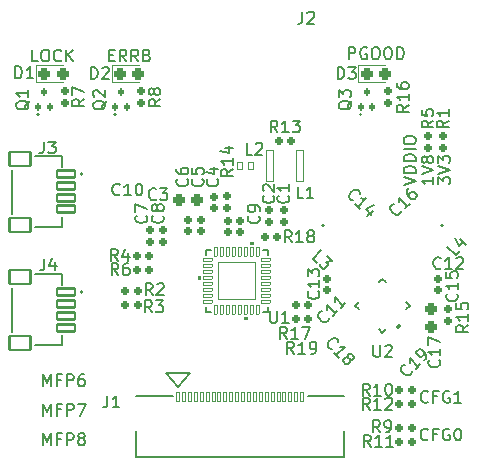
<source format=gbr>
%TF.GenerationSoftware,KiCad,Pcbnew,8.0.5*%
%TF.CreationDate,2025-03-05T14:18:00-05:00*%
%TF.ProjectId,minimax,6d696e69-6d61-4782-9e6b-696361645f70,rev?*%
%TF.SameCoordinates,Original*%
%TF.FileFunction,Legend,Top*%
%TF.FilePolarity,Positive*%
%FSLAX46Y46*%
G04 Gerber Fmt 4.6, Leading zero omitted, Abs format (unit mm)*
G04 Created by KiCad (PCBNEW 8.0.5) date 2025-03-05 14:18:00*
%MOMM*%
%LPD*%
G01*
G04 APERTURE LIST*
G04 Aperture macros list*
%AMRoundRect*
0 Rectangle with rounded corners*
0 $1 Rounding radius*
0 $2 $3 $4 $5 $6 $7 $8 $9 X,Y pos of 4 corners*
0 Add a 4 corners polygon primitive as box body*
4,1,4,$2,$3,$4,$5,$6,$7,$8,$9,$2,$3,0*
0 Add four circle primitives for the rounded corners*
1,1,$1+$1,$2,$3*
1,1,$1+$1,$4,$5*
1,1,$1+$1,$6,$7*
1,1,$1+$1,$8,$9*
0 Add four rect primitives between the rounded corners*
20,1,$1+$1,$2,$3,$4,$5,0*
20,1,$1+$1,$4,$5,$6,$7,0*
20,1,$1+$1,$6,$7,$8,$9,0*
20,1,$1+$1,$8,$9,$2,$3,0*%
%AMFreePoly0*
4,1,17,0.685355,1.560355,0.700000,1.525000,0.700000,-1.525000,0.685355,-1.560355,0.650000,-1.575000,-0.650000,-1.575000,-0.685355,-1.560355,-0.700000,-1.525001,-0.700010,-0.725000,-1.750011,-0.725000,-1.785366,-0.710355,-1.800011,-0.675000,-1.800011,1.525000,-1.785366,1.560355,-1.750011,1.575000,0.650000,1.575000,0.685355,1.560355,0.685355,1.560355,$1*%
%AMFreePoly1*
4,1,17,1.785366,1.560355,1.800011,1.525000,1.800011,-0.675000,1.785366,-0.710355,1.750011,-0.725000,0.700010,-0.725000,0.700000,-1.525001,0.685355,-1.560356,0.650000,-1.575000,-0.650000,-1.575000,-0.685355,-1.560355,-0.700000,-1.525000,-0.700000,1.525000,-0.685355,1.560355,-0.650000,1.575000,1.750011,1.575000,1.785366,1.560355,1.785366,1.560355,$1*%
%AMFreePoly2*
4,1,49,1.709133,1.231194,1.726811,1.223872,1.753872,1.196813,1.753872,1.196811,1.761194,1.179133,1.765000,1.160000,1.765000,-0.940000,1.761194,-0.959133,1.753872,-0.976811,1.743033,-0.993033,0.993033,-1.743033,0.976811,-1.753872,0.959133,-1.761194,0.940000,-1.765000,-1.160000,-1.765000,-1.179133,-1.761194,-1.196811,-1.753872,-1.223872,-1.726813,-1.223872,-1.726811,-1.231194,-1.709133,
-1.235000,-1.690000,-1.235000,0.000000,-1.231194,0.019133,-1.223872,0.036811,-1.213033,0.053034,-1.204510,0.061556,-1.190036,0.217762,-1.188340,0.226832,-1.129759,0.432723,-1.126426,0.441327,-1.031010,0.632948,-1.026153,0.640793,-0.897151,0.811619,-0.890935,0.818437,-0.732741,0.962650,-0.725378,0.968211,-0.543378,1.080900,-0.535118,1.085013,-0.335511,1.162342,-0.326636,1.164867,
-0.116218,1.204201,-0.107031,1.205052,-0.061014,1.205052,-0.053033,1.213033,-0.036811,1.223872,-0.019133,1.231194,0.000000,1.235000,1.690000,1.235000,1.709133,1.231194,1.709133,1.231194,$1*%
%AMFreePoly3*
4,1,49,0.019133,1.231194,0.036811,1.223872,0.053033,1.213033,0.061014,1.205052,0.107031,1.205052,0.116218,1.204201,0.326636,1.164867,0.335511,1.162342,0.535118,1.085013,0.543378,1.080900,0.725378,0.968211,0.732741,0.962650,0.890935,0.818437,0.897151,0.811619,1.026153,0.640793,1.031010,0.632948,1.126426,0.441327,1.129759,0.432723,1.188340,0.226832,1.190036,0.217762,
1.204510,0.061556,1.213033,0.053034,1.223872,0.036811,1.231194,0.019133,1.235000,0.000000,1.235000,-1.690000,1.231194,-1.709133,1.223872,-1.726811,1.196813,-1.753872,1.196811,-1.753872,1.179133,-1.761194,1.160000,-1.765000,-0.940000,-1.765000,-0.959133,-1.761194,-0.976811,-1.753872,-0.993033,-1.743033,-1.743033,-0.993033,-1.753872,-0.976811,-1.761194,-0.959133,-1.765000,-0.940000,
-1.765000,1.160000,-1.761194,1.179133,-1.753872,1.196811,-1.726813,1.223872,-1.726811,1.223872,-1.709133,1.231194,-1.690000,1.235000,0.000000,1.235000,0.019133,1.231194,0.019133,1.231194,$1*%
%AMFreePoly4*
4,1,49,1.179133,1.761194,1.196811,1.753872,1.223872,1.726813,1.223872,1.726811,1.231194,1.709133,1.235000,1.690000,1.235000,0.000000,1.231194,-0.019133,1.223872,-0.036811,1.213033,-0.053034,1.204510,-0.061556,1.190036,-0.217762,1.188340,-0.226832,1.129759,-0.432723,1.126426,-0.441327,1.031010,-0.632948,1.026153,-0.640793,0.897151,-0.811619,0.890935,-0.818437,0.732741,-0.962650,
0.725378,-0.968211,0.543378,-1.080900,0.535118,-1.085013,0.335511,-1.162342,0.326636,-1.164867,0.116218,-1.204201,0.107031,-1.205052,0.061014,-1.205052,0.053033,-1.213033,0.036811,-1.223872,0.019133,-1.231194,0.000000,-1.235000,-1.690000,-1.235000,-1.709133,-1.231194,-1.726811,-1.223872,-1.753872,-1.196813,-1.753872,-1.196811,-1.761194,-1.179133,-1.765000,-1.160000,-1.765000,0.940000,
-1.761194,0.959133,-1.753872,0.976811,-1.743033,0.993033,-0.993033,1.743033,-0.976811,1.753872,-0.959133,1.761194,-0.940000,1.765000,1.160000,1.765000,1.179133,1.761194,1.179133,1.761194,$1*%
G04 Aperture macros list end*
%ADD10C,0.150000*%
%ADD11C,0.152400*%
%ADD12C,0.000000*%
%ADD13C,0.120000*%
%ADD14C,0.127000*%
%ADD15C,0.200000*%
%ADD16RoundRect,0.050000X-0.341250X1.221315X-1.221315X0.341250X0.341250X-1.221315X1.221315X-0.341250X0*%
%ADD17RoundRect,0.050000X-1.221315X-0.341250X-0.341250X-1.221315X1.221315X0.341250X0.341250X1.221315X0*%
%ADD18RoundRect,0.250000X-0.017678X0.371231X-0.371231X0.017678X0.017678X-0.371231X0.371231X-0.017678X0*%
%ADD19RoundRect,0.250000X0.250000X0.275000X-0.250000X0.275000X-0.250000X-0.275000X0.250000X-0.275000X0*%
%ADD20RoundRect,0.250000X-0.371231X-0.017678X-0.017678X-0.371231X0.371231X0.017678X0.017678X0.371231X0*%
%ADD21RoundRect,0.250000X0.017678X-0.371231X0.371231X-0.017678X-0.017678X0.371231X-0.371231X0.017678X0*%
%ADD22RoundRect,0.250000X0.371231X0.017678X0.017678X0.371231X-0.371231X-0.017678X-0.017678X-0.371231X0*%
%ADD23RoundRect,0.250000X-0.275000X0.250000X-0.275000X-0.250000X0.275000X-0.250000X0.275000X0.250000X0*%
%ADD24RoundRect,0.125000X-0.125000X0.180000X-0.125000X-0.180000X0.125000X-0.180000X0.125000X0.180000X0*%
%ADD25RoundRect,0.165000X0.195000X-0.165000X0.195000X0.165000X-0.195000X0.165000X-0.195000X-0.165000X0*%
%ADD26RoundRect,0.050000X-0.150000X-0.400000X0.150000X-0.400000X0.150000X0.400000X-0.150000X0.400000X0*%
%ADD27FreePoly0,0.000000*%
%ADD28FreePoly1,0.000000*%
%ADD29RoundRect,0.160000X0.160000X0.210000X-0.160000X0.210000X-0.160000X-0.210000X0.160000X-0.210000X0*%
%ADD30RoundRect,0.050000X0.161645X-0.341250X0.341250X-0.161645X-0.161645X0.341250X-0.341250X0.161645X0*%
%ADD31RoundRect,0.050000X-0.341250X-0.161645X-0.161645X-0.341250X0.341250X0.161645X0.161645X0.341250X0*%
%ADD32RoundRect,0.050000X-1.347038X0.000000X0.000000X-1.347038X1.347038X0.000000X0.000000X1.347038X0*%
%ADD33RoundRect,0.243750X-0.243750X-0.281250X0.243750X-0.281250X0.243750X0.281250X-0.243750X0.281250X0*%
%ADD34RoundRect,0.165000X-0.195000X0.165000X-0.195000X-0.165000X0.195000X-0.165000X0.195000X0.165000X0*%
%ADD35RoundRect,0.160000X0.210000X-0.160000X0.210000X0.160000X-0.210000X0.160000X-0.210000X-0.160000X0*%
%ADD36C,1.100000*%
%ADD37RoundRect,0.160000X-0.160000X-0.210000X0.160000X-0.210000X0.160000X0.210000X-0.160000X0.210000X0*%
%ADD38RoundRect,0.160000X-0.210000X0.160000X-0.210000X-0.160000X0.210000X-0.160000X0.210000X0.160000X0*%
%ADD39RoundRect,0.050000X-0.381000X0.127000X-0.381000X-0.127000X0.381000X-0.127000X0.381000X0.127000X0*%
%ADD40RoundRect,0.050000X0.127000X0.381000X-0.127000X0.381000X-0.127000X-0.381000X0.127000X-0.381000X0*%
%ADD41RoundRect,0.050000X1.600200X1.600200X-1.600200X1.600200X-1.600200X-1.600200X1.600200X-1.600200X0*%
%ADD42RoundRect,0.102000X-0.775000X0.300000X-0.775000X-0.300000X0.775000X-0.300000X0.775000X0.300000X0*%
%ADD43RoundRect,0.102000X-0.900000X0.600000X-0.900000X-0.600000X0.900000X-0.600000X0.900000X0.600000X0*%
%ADD44RoundRect,0.050000X-0.325000X1.325000X-0.325000X-1.325000X0.325000X-1.325000X0.325000X1.325000X0*%
%ADD45C,2.300000*%
%ADD46C,1.750000*%
%ADD47FreePoly2,180.000000*%
%ADD48FreePoly3,180.000000*%
%ADD49FreePoly4,90.000000*%
%ADD50FreePoly4,180.000000*%
%ADD51RoundRect,0.050000X-0.190000X0.330000X-0.190000X-0.330000X0.190000X-0.330000X0.190000X0.330000X0*%
%ADD52C,0.700000*%
G04 APERTURE END LIST*
D10*
X-16663221Y-38454819D02*
X-16663221Y-37454819D01*
X-16663221Y-37454819D02*
X-16329888Y-38169104D01*
X-16329888Y-38169104D02*
X-15996555Y-37454819D01*
X-15996555Y-37454819D02*
X-15996555Y-38454819D01*
X-15187031Y-37931009D02*
X-15520364Y-37931009D01*
X-15520364Y-38454819D02*
X-15520364Y-37454819D01*
X-15520364Y-37454819D02*
X-15044174Y-37454819D01*
X-14663221Y-38454819D02*
X-14663221Y-37454819D01*
X-14663221Y-37454819D02*
X-14282269Y-37454819D01*
X-14282269Y-37454819D02*
X-14187031Y-37502438D01*
X-14187031Y-37502438D02*
X-14139412Y-37550057D01*
X-14139412Y-37550057D02*
X-14091793Y-37645295D01*
X-14091793Y-37645295D02*
X-14091793Y-37788152D01*
X-14091793Y-37788152D02*
X-14139412Y-37883390D01*
X-14139412Y-37883390D02*
X-14187031Y-37931009D01*
X-14187031Y-37931009D02*
X-14282269Y-37978628D01*
X-14282269Y-37978628D02*
X-14663221Y-37978628D01*
X-13520364Y-37883390D02*
X-13615602Y-37835771D01*
X-13615602Y-37835771D02*
X-13663221Y-37788152D01*
X-13663221Y-37788152D02*
X-13710840Y-37692914D01*
X-13710840Y-37692914D02*
X-13710840Y-37645295D01*
X-13710840Y-37645295D02*
X-13663221Y-37550057D01*
X-13663221Y-37550057D02*
X-13615602Y-37502438D01*
X-13615602Y-37502438D02*
X-13520364Y-37454819D01*
X-13520364Y-37454819D02*
X-13329888Y-37454819D01*
X-13329888Y-37454819D02*
X-13234650Y-37502438D01*
X-13234650Y-37502438D02*
X-13187031Y-37550057D01*
X-13187031Y-37550057D02*
X-13139412Y-37645295D01*
X-13139412Y-37645295D02*
X-13139412Y-37692914D01*
X-13139412Y-37692914D02*
X-13187031Y-37788152D01*
X-13187031Y-37788152D02*
X-13234650Y-37835771D01*
X-13234650Y-37835771D02*
X-13329888Y-37883390D01*
X-13329888Y-37883390D02*
X-13520364Y-37883390D01*
X-13520364Y-37883390D02*
X-13615602Y-37931009D01*
X-13615602Y-37931009D02*
X-13663221Y-37978628D01*
X-13663221Y-37978628D02*
X-13710840Y-38073866D01*
X-13710840Y-38073866D02*
X-13710840Y-38264342D01*
X-13710840Y-38264342D02*
X-13663221Y-38359580D01*
X-13663221Y-38359580D02*
X-13615602Y-38407200D01*
X-13615602Y-38407200D02*
X-13520364Y-38454819D01*
X-13520364Y-38454819D02*
X-13329888Y-38454819D01*
X-13329888Y-38454819D02*
X-13234650Y-38407200D01*
X-13234650Y-38407200D02*
X-13187031Y-38359580D01*
X-13187031Y-38359580D02*
X-13139412Y-38264342D01*
X-13139412Y-38264342D02*
X-13139412Y-38073866D01*
X-13139412Y-38073866D02*
X-13187031Y-37978628D01*
X-13187031Y-37978628D02*
X-13234650Y-37931009D01*
X-13234650Y-37931009D02*
X-13329888Y-37883390D01*
X-16663221Y-33454819D02*
X-16663221Y-32454819D01*
X-16663221Y-32454819D02*
X-16329888Y-33169104D01*
X-16329888Y-33169104D02*
X-15996555Y-32454819D01*
X-15996555Y-32454819D02*
X-15996555Y-33454819D01*
X-15187031Y-32931009D02*
X-15520364Y-32931009D01*
X-15520364Y-33454819D02*
X-15520364Y-32454819D01*
X-15520364Y-32454819D02*
X-15044174Y-32454819D01*
X-14663221Y-33454819D02*
X-14663221Y-32454819D01*
X-14663221Y-32454819D02*
X-14282269Y-32454819D01*
X-14282269Y-32454819D02*
X-14187031Y-32502438D01*
X-14187031Y-32502438D02*
X-14139412Y-32550057D01*
X-14139412Y-32550057D02*
X-14091793Y-32645295D01*
X-14091793Y-32645295D02*
X-14091793Y-32788152D01*
X-14091793Y-32788152D02*
X-14139412Y-32883390D01*
X-14139412Y-32883390D02*
X-14187031Y-32931009D01*
X-14187031Y-32931009D02*
X-14282269Y-32978628D01*
X-14282269Y-32978628D02*
X-14663221Y-32978628D01*
X-13234650Y-32454819D02*
X-13425126Y-32454819D01*
X-13425126Y-32454819D02*
X-13520364Y-32502438D01*
X-13520364Y-32502438D02*
X-13567983Y-32550057D01*
X-13567983Y-32550057D02*
X-13663221Y-32692914D01*
X-13663221Y-32692914D02*
X-13710840Y-32883390D01*
X-13710840Y-32883390D02*
X-13710840Y-33264342D01*
X-13710840Y-33264342D02*
X-13663221Y-33359580D01*
X-13663221Y-33359580D02*
X-13615602Y-33407200D01*
X-13615602Y-33407200D02*
X-13520364Y-33454819D01*
X-13520364Y-33454819D02*
X-13329888Y-33454819D01*
X-13329888Y-33454819D02*
X-13234650Y-33407200D01*
X-13234650Y-33407200D02*
X-13187031Y-33359580D01*
X-13187031Y-33359580D02*
X-13139412Y-33264342D01*
X-13139412Y-33264342D02*
X-13139412Y-33026247D01*
X-13139412Y-33026247D02*
X-13187031Y-32931009D01*
X-13187031Y-32931009D02*
X-13234650Y-32883390D01*
X-13234650Y-32883390D02*
X-13329888Y-32835771D01*
X-13329888Y-32835771D02*
X-13520364Y-32835771D01*
X-13520364Y-32835771D02*
X-13615602Y-32883390D01*
X-13615602Y-32883390D02*
X-13663221Y-32931009D01*
X-13663221Y-32931009D02*
X-13710840Y-33026247D01*
X-16663221Y-35954819D02*
X-16663221Y-34954819D01*
X-16663221Y-34954819D02*
X-16329888Y-35669104D01*
X-16329888Y-35669104D02*
X-15996555Y-34954819D01*
X-15996555Y-34954819D02*
X-15996555Y-35954819D01*
X-15187031Y-35431009D02*
X-15520364Y-35431009D01*
X-15520364Y-35954819D02*
X-15520364Y-34954819D01*
X-15520364Y-34954819D02*
X-15044174Y-34954819D01*
X-14663221Y-35954819D02*
X-14663221Y-34954819D01*
X-14663221Y-34954819D02*
X-14282269Y-34954819D01*
X-14282269Y-34954819D02*
X-14187031Y-35002438D01*
X-14187031Y-35002438D02*
X-14139412Y-35050057D01*
X-14139412Y-35050057D02*
X-14091793Y-35145295D01*
X-14091793Y-35145295D02*
X-14091793Y-35288152D01*
X-14091793Y-35288152D02*
X-14139412Y-35383390D01*
X-14139412Y-35383390D02*
X-14187031Y-35431009D01*
X-14187031Y-35431009D02*
X-14282269Y-35478628D01*
X-14282269Y-35478628D02*
X-14663221Y-35478628D01*
X-13758459Y-34954819D02*
X-13091793Y-34954819D01*
X-13091793Y-34954819D02*
X-13520364Y-35954819D01*
X-11114286Y-5446009D02*
X-10780953Y-5446009D01*
X-10638096Y-5969819D02*
X-11114286Y-5969819D01*
X-11114286Y-5969819D02*
X-11114286Y-4969819D01*
X-11114286Y-4969819D02*
X-10638096Y-4969819D01*
X-9638096Y-5969819D02*
X-9971429Y-5493628D01*
X-10209524Y-5969819D02*
X-10209524Y-4969819D01*
X-10209524Y-4969819D02*
X-9828572Y-4969819D01*
X-9828572Y-4969819D02*
X-9733334Y-5017438D01*
X-9733334Y-5017438D02*
X-9685715Y-5065057D01*
X-9685715Y-5065057D02*
X-9638096Y-5160295D01*
X-9638096Y-5160295D02*
X-9638096Y-5303152D01*
X-9638096Y-5303152D02*
X-9685715Y-5398390D01*
X-9685715Y-5398390D02*
X-9733334Y-5446009D01*
X-9733334Y-5446009D02*
X-9828572Y-5493628D01*
X-9828572Y-5493628D02*
X-10209524Y-5493628D01*
X-8638096Y-5969819D02*
X-8971429Y-5493628D01*
X-9209524Y-5969819D02*
X-9209524Y-4969819D01*
X-9209524Y-4969819D02*
X-8828572Y-4969819D01*
X-8828572Y-4969819D02*
X-8733334Y-5017438D01*
X-8733334Y-5017438D02*
X-8685715Y-5065057D01*
X-8685715Y-5065057D02*
X-8638096Y-5160295D01*
X-8638096Y-5160295D02*
X-8638096Y-5303152D01*
X-8638096Y-5303152D02*
X-8685715Y-5398390D01*
X-8685715Y-5398390D02*
X-8733334Y-5446009D01*
X-8733334Y-5446009D02*
X-8828572Y-5493628D01*
X-8828572Y-5493628D02*
X-9209524Y-5493628D01*
X-7876191Y-5446009D02*
X-7733334Y-5493628D01*
X-7733334Y-5493628D02*
X-7685715Y-5541247D01*
X-7685715Y-5541247D02*
X-7638096Y-5636485D01*
X-7638096Y-5636485D02*
X-7638096Y-5779342D01*
X-7638096Y-5779342D02*
X-7685715Y-5874580D01*
X-7685715Y-5874580D02*
X-7733334Y-5922200D01*
X-7733334Y-5922200D02*
X-7828572Y-5969819D01*
X-7828572Y-5969819D02*
X-8209524Y-5969819D01*
X-8209524Y-5969819D02*
X-8209524Y-4969819D01*
X-8209524Y-4969819D02*
X-7876191Y-4969819D01*
X-7876191Y-4969819D02*
X-7780953Y-5017438D01*
X-7780953Y-5017438D02*
X-7733334Y-5065057D01*
X-7733334Y-5065057D02*
X-7685715Y-5160295D01*
X-7685715Y-5160295D02*
X-7685715Y-5255533D01*
X-7685715Y-5255533D02*
X-7733334Y-5350771D01*
X-7733334Y-5350771D02*
X-7780953Y-5398390D01*
X-7780953Y-5398390D02*
X-7876191Y-5446009D01*
X-7876191Y-5446009D02*
X-8209524Y-5446009D01*
X-17114286Y-5969819D02*
X-17590476Y-5969819D01*
X-17590476Y-5969819D02*
X-17590476Y-4969819D01*
X-16590476Y-4969819D02*
X-16400000Y-4969819D01*
X-16400000Y-4969819D02*
X-16304762Y-5017438D01*
X-16304762Y-5017438D02*
X-16209524Y-5112676D01*
X-16209524Y-5112676D02*
X-16161905Y-5303152D01*
X-16161905Y-5303152D02*
X-16161905Y-5636485D01*
X-16161905Y-5636485D02*
X-16209524Y-5826961D01*
X-16209524Y-5826961D02*
X-16304762Y-5922200D01*
X-16304762Y-5922200D02*
X-16400000Y-5969819D01*
X-16400000Y-5969819D02*
X-16590476Y-5969819D01*
X-16590476Y-5969819D02*
X-16685714Y-5922200D01*
X-16685714Y-5922200D02*
X-16780952Y-5826961D01*
X-16780952Y-5826961D02*
X-16828571Y-5636485D01*
X-16828571Y-5636485D02*
X-16828571Y-5303152D01*
X-16828571Y-5303152D02*
X-16780952Y-5112676D01*
X-16780952Y-5112676D02*
X-16685714Y-5017438D01*
X-16685714Y-5017438D02*
X-16590476Y-4969819D01*
X-15161905Y-5874580D02*
X-15209524Y-5922200D01*
X-15209524Y-5922200D02*
X-15352381Y-5969819D01*
X-15352381Y-5969819D02*
X-15447619Y-5969819D01*
X-15447619Y-5969819D02*
X-15590476Y-5922200D01*
X-15590476Y-5922200D02*
X-15685714Y-5826961D01*
X-15685714Y-5826961D02*
X-15733333Y-5731723D01*
X-15733333Y-5731723D02*
X-15780952Y-5541247D01*
X-15780952Y-5541247D02*
X-15780952Y-5398390D01*
X-15780952Y-5398390D02*
X-15733333Y-5207914D01*
X-15733333Y-5207914D02*
X-15685714Y-5112676D01*
X-15685714Y-5112676D02*
X-15590476Y-5017438D01*
X-15590476Y-5017438D02*
X-15447619Y-4969819D01*
X-15447619Y-4969819D02*
X-15352381Y-4969819D01*
X-15352381Y-4969819D02*
X-15209524Y-5017438D01*
X-15209524Y-5017438D02*
X-15161905Y-5065057D01*
X-14733333Y-5969819D02*
X-14733333Y-4969819D01*
X-14161905Y-5969819D02*
X-14590476Y-5398390D01*
X-14161905Y-4969819D02*
X-14733333Y-5541247D01*
X15908207Y-34759580D02*
X15860588Y-34807200D01*
X15860588Y-34807200D02*
X15717731Y-34854819D01*
X15717731Y-34854819D02*
X15622493Y-34854819D01*
X15622493Y-34854819D02*
X15479636Y-34807200D01*
X15479636Y-34807200D02*
X15384398Y-34711961D01*
X15384398Y-34711961D02*
X15336779Y-34616723D01*
X15336779Y-34616723D02*
X15289160Y-34426247D01*
X15289160Y-34426247D02*
X15289160Y-34283390D01*
X15289160Y-34283390D02*
X15336779Y-34092914D01*
X15336779Y-34092914D02*
X15384398Y-33997676D01*
X15384398Y-33997676D02*
X15479636Y-33902438D01*
X15479636Y-33902438D02*
X15622493Y-33854819D01*
X15622493Y-33854819D02*
X15717731Y-33854819D01*
X15717731Y-33854819D02*
X15860588Y-33902438D01*
X15860588Y-33902438D02*
X15908207Y-33950057D01*
X16670112Y-34331009D02*
X16336779Y-34331009D01*
X16336779Y-34854819D02*
X16336779Y-33854819D01*
X16336779Y-33854819D02*
X16812969Y-33854819D01*
X17717731Y-33902438D02*
X17622493Y-33854819D01*
X17622493Y-33854819D02*
X17479636Y-33854819D01*
X17479636Y-33854819D02*
X17336779Y-33902438D01*
X17336779Y-33902438D02*
X17241541Y-33997676D01*
X17241541Y-33997676D02*
X17193922Y-34092914D01*
X17193922Y-34092914D02*
X17146303Y-34283390D01*
X17146303Y-34283390D02*
X17146303Y-34426247D01*
X17146303Y-34426247D02*
X17193922Y-34616723D01*
X17193922Y-34616723D02*
X17241541Y-34711961D01*
X17241541Y-34711961D02*
X17336779Y-34807200D01*
X17336779Y-34807200D02*
X17479636Y-34854819D01*
X17479636Y-34854819D02*
X17574874Y-34854819D01*
X17574874Y-34854819D02*
X17717731Y-34807200D01*
X17717731Y-34807200D02*
X17765350Y-34759580D01*
X17765350Y-34759580D02*
X17765350Y-34426247D01*
X17765350Y-34426247D02*
X17574874Y-34426247D01*
X18717731Y-34854819D02*
X18146303Y-34854819D01*
X18432017Y-34854819D02*
X18432017Y-33854819D01*
X18432017Y-33854819D02*
X18336779Y-33997676D01*
X18336779Y-33997676D02*
X18241541Y-34092914D01*
X18241541Y-34092914D02*
X18146303Y-34140533D01*
X13854819Y-16406077D02*
X14854819Y-16072744D01*
X14854819Y-16072744D02*
X13854819Y-15739411D01*
X14854819Y-15406077D02*
X13854819Y-15406077D01*
X13854819Y-15406077D02*
X13854819Y-15167982D01*
X13854819Y-15167982D02*
X13902438Y-15025125D01*
X13902438Y-15025125D02*
X13997676Y-14929887D01*
X13997676Y-14929887D02*
X14092914Y-14882268D01*
X14092914Y-14882268D02*
X14283390Y-14834649D01*
X14283390Y-14834649D02*
X14426247Y-14834649D01*
X14426247Y-14834649D02*
X14616723Y-14882268D01*
X14616723Y-14882268D02*
X14711961Y-14929887D01*
X14711961Y-14929887D02*
X14807200Y-15025125D01*
X14807200Y-15025125D02*
X14854819Y-15167982D01*
X14854819Y-15167982D02*
X14854819Y-15406077D01*
X14854819Y-14406077D02*
X13854819Y-14406077D01*
X13854819Y-14406077D02*
X13854819Y-14167982D01*
X13854819Y-14167982D02*
X13902438Y-14025125D01*
X13902438Y-14025125D02*
X13997676Y-13929887D01*
X13997676Y-13929887D02*
X14092914Y-13882268D01*
X14092914Y-13882268D02*
X14283390Y-13834649D01*
X14283390Y-13834649D02*
X14426247Y-13834649D01*
X14426247Y-13834649D02*
X14616723Y-13882268D01*
X14616723Y-13882268D02*
X14711961Y-13929887D01*
X14711961Y-13929887D02*
X14807200Y-14025125D01*
X14807200Y-14025125D02*
X14854819Y-14167982D01*
X14854819Y-14167982D02*
X14854819Y-14406077D01*
X14854819Y-13406077D02*
X13854819Y-13406077D01*
X13854819Y-12739411D02*
X13854819Y-12548935D01*
X13854819Y-12548935D02*
X13902438Y-12453697D01*
X13902438Y-12453697D02*
X13997676Y-12358459D01*
X13997676Y-12358459D02*
X14188152Y-12310840D01*
X14188152Y-12310840D02*
X14521485Y-12310840D01*
X14521485Y-12310840D02*
X14711961Y-12358459D01*
X14711961Y-12358459D02*
X14807200Y-12453697D01*
X14807200Y-12453697D02*
X14854819Y-12548935D01*
X14854819Y-12548935D02*
X14854819Y-12739411D01*
X14854819Y-12739411D02*
X14807200Y-12834649D01*
X14807200Y-12834649D02*
X14711961Y-12929887D01*
X14711961Y-12929887D02*
X14521485Y-12977506D01*
X14521485Y-12977506D02*
X14188152Y-12977506D01*
X14188152Y-12977506D02*
X13997676Y-12929887D01*
X13997676Y-12929887D02*
X13902438Y-12834649D01*
X13902438Y-12834649D02*
X13854819Y-12739411D01*
X9190476Y-5769819D02*
X9190476Y-4769819D01*
X9190476Y-4769819D02*
X9571428Y-4769819D01*
X9571428Y-4769819D02*
X9666666Y-4817438D01*
X9666666Y-4817438D02*
X9714285Y-4865057D01*
X9714285Y-4865057D02*
X9761904Y-4960295D01*
X9761904Y-4960295D02*
X9761904Y-5103152D01*
X9761904Y-5103152D02*
X9714285Y-5198390D01*
X9714285Y-5198390D02*
X9666666Y-5246009D01*
X9666666Y-5246009D02*
X9571428Y-5293628D01*
X9571428Y-5293628D02*
X9190476Y-5293628D01*
X10714285Y-4817438D02*
X10619047Y-4769819D01*
X10619047Y-4769819D02*
X10476190Y-4769819D01*
X10476190Y-4769819D02*
X10333333Y-4817438D01*
X10333333Y-4817438D02*
X10238095Y-4912676D01*
X10238095Y-4912676D02*
X10190476Y-5007914D01*
X10190476Y-5007914D02*
X10142857Y-5198390D01*
X10142857Y-5198390D02*
X10142857Y-5341247D01*
X10142857Y-5341247D02*
X10190476Y-5531723D01*
X10190476Y-5531723D02*
X10238095Y-5626961D01*
X10238095Y-5626961D02*
X10333333Y-5722200D01*
X10333333Y-5722200D02*
X10476190Y-5769819D01*
X10476190Y-5769819D02*
X10571428Y-5769819D01*
X10571428Y-5769819D02*
X10714285Y-5722200D01*
X10714285Y-5722200D02*
X10761904Y-5674580D01*
X10761904Y-5674580D02*
X10761904Y-5341247D01*
X10761904Y-5341247D02*
X10571428Y-5341247D01*
X11380952Y-4769819D02*
X11571428Y-4769819D01*
X11571428Y-4769819D02*
X11666666Y-4817438D01*
X11666666Y-4817438D02*
X11761904Y-4912676D01*
X11761904Y-4912676D02*
X11809523Y-5103152D01*
X11809523Y-5103152D02*
X11809523Y-5436485D01*
X11809523Y-5436485D02*
X11761904Y-5626961D01*
X11761904Y-5626961D02*
X11666666Y-5722200D01*
X11666666Y-5722200D02*
X11571428Y-5769819D01*
X11571428Y-5769819D02*
X11380952Y-5769819D01*
X11380952Y-5769819D02*
X11285714Y-5722200D01*
X11285714Y-5722200D02*
X11190476Y-5626961D01*
X11190476Y-5626961D02*
X11142857Y-5436485D01*
X11142857Y-5436485D02*
X11142857Y-5103152D01*
X11142857Y-5103152D02*
X11190476Y-4912676D01*
X11190476Y-4912676D02*
X11285714Y-4817438D01*
X11285714Y-4817438D02*
X11380952Y-4769819D01*
X12428571Y-4769819D02*
X12619047Y-4769819D01*
X12619047Y-4769819D02*
X12714285Y-4817438D01*
X12714285Y-4817438D02*
X12809523Y-4912676D01*
X12809523Y-4912676D02*
X12857142Y-5103152D01*
X12857142Y-5103152D02*
X12857142Y-5436485D01*
X12857142Y-5436485D02*
X12809523Y-5626961D01*
X12809523Y-5626961D02*
X12714285Y-5722200D01*
X12714285Y-5722200D02*
X12619047Y-5769819D01*
X12619047Y-5769819D02*
X12428571Y-5769819D01*
X12428571Y-5769819D02*
X12333333Y-5722200D01*
X12333333Y-5722200D02*
X12238095Y-5626961D01*
X12238095Y-5626961D02*
X12190476Y-5436485D01*
X12190476Y-5436485D02*
X12190476Y-5103152D01*
X12190476Y-5103152D02*
X12238095Y-4912676D01*
X12238095Y-4912676D02*
X12333333Y-4817438D01*
X12333333Y-4817438D02*
X12428571Y-4769819D01*
X13285714Y-5769819D02*
X13285714Y-4769819D01*
X13285714Y-4769819D02*
X13523809Y-4769819D01*
X13523809Y-4769819D02*
X13666666Y-4817438D01*
X13666666Y-4817438D02*
X13761904Y-4912676D01*
X13761904Y-4912676D02*
X13809523Y-5007914D01*
X13809523Y-5007914D02*
X13857142Y-5198390D01*
X13857142Y-5198390D02*
X13857142Y-5341247D01*
X13857142Y-5341247D02*
X13809523Y-5531723D01*
X13809523Y-5531723D02*
X13761904Y-5626961D01*
X13761904Y-5626961D02*
X13666666Y-5722200D01*
X13666666Y-5722200D02*
X13523809Y-5769819D01*
X13523809Y-5769819D02*
X13285714Y-5769819D01*
X15908207Y-37959580D02*
X15860588Y-38007200D01*
X15860588Y-38007200D02*
X15717731Y-38054819D01*
X15717731Y-38054819D02*
X15622493Y-38054819D01*
X15622493Y-38054819D02*
X15479636Y-38007200D01*
X15479636Y-38007200D02*
X15384398Y-37911961D01*
X15384398Y-37911961D02*
X15336779Y-37816723D01*
X15336779Y-37816723D02*
X15289160Y-37626247D01*
X15289160Y-37626247D02*
X15289160Y-37483390D01*
X15289160Y-37483390D02*
X15336779Y-37292914D01*
X15336779Y-37292914D02*
X15384398Y-37197676D01*
X15384398Y-37197676D02*
X15479636Y-37102438D01*
X15479636Y-37102438D02*
X15622493Y-37054819D01*
X15622493Y-37054819D02*
X15717731Y-37054819D01*
X15717731Y-37054819D02*
X15860588Y-37102438D01*
X15860588Y-37102438D02*
X15908207Y-37150057D01*
X16670112Y-37531009D02*
X16336779Y-37531009D01*
X16336779Y-38054819D02*
X16336779Y-37054819D01*
X16336779Y-37054819D02*
X16812969Y-37054819D01*
X17717731Y-37102438D02*
X17622493Y-37054819D01*
X17622493Y-37054819D02*
X17479636Y-37054819D01*
X17479636Y-37054819D02*
X17336779Y-37102438D01*
X17336779Y-37102438D02*
X17241541Y-37197676D01*
X17241541Y-37197676D02*
X17193922Y-37292914D01*
X17193922Y-37292914D02*
X17146303Y-37483390D01*
X17146303Y-37483390D02*
X17146303Y-37626247D01*
X17146303Y-37626247D02*
X17193922Y-37816723D01*
X17193922Y-37816723D02*
X17241541Y-37911961D01*
X17241541Y-37911961D02*
X17336779Y-38007200D01*
X17336779Y-38007200D02*
X17479636Y-38054819D01*
X17479636Y-38054819D02*
X17574874Y-38054819D01*
X17574874Y-38054819D02*
X17717731Y-38007200D01*
X17717731Y-38007200D02*
X17765350Y-37959580D01*
X17765350Y-37959580D02*
X17765350Y-37626247D01*
X17765350Y-37626247D02*
X17574874Y-37626247D01*
X18384398Y-37054819D02*
X18479636Y-37054819D01*
X18479636Y-37054819D02*
X18574874Y-37102438D01*
X18574874Y-37102438D02*
X18622493Y-37150057D01*
X18622493Y-37150057D02*
X18670112Y-37245295D01*
X18670112Y-37245295D02*
X18717731Y-37435771D01*
X18717731Y-37435771D02*
X18717731Y-37673866D01*
X18717731Y-37673866D02*
X18670112Y-37864342D01*
X18670112Y-37864342D02*
X18622493Y-37959580D01*
X18622493Y-37959580D02*
X18574874Y-38007200D01*
X18574874Y-38007200D02*
X18479636Y-38054819D01*
X18479636Y-38054819D02*
X18384398Y-38054819D01*
X18384398Y-38054819D02*
X18289160Y-38007200D01*
X18289160Y-38007200D02*
X18241541Y-37959580D01*
X18241541Y-37959580D02*
X18193922Y-37864342D01*
X18193922Y-37864342D02*
X18146303Y-37673866D01*
X18146303Y-37673866D02*
X18146303Y-37435771D01*
X18146303Y-37435771D02*
X18193922Y-37245295D01*
X18193922Y-37245295D02*
X18241541Y-37150057D01*
X18241541Y-37150057D02*
X18289160Y-37102438D01*
X18289160Y-37102438D02*
X18384398Y-37054819D01*
X16354819Y-15789411D02*
X16354819Y-16360839D01*
X16354819Y-16075125D02*
X15354819Y-16075125D01*
X15354819Y-16075125D02*
X15497676Y-16170363D01*
X15497676Y-16170363D02*
X15592914Y-16265601D01*
X15592914Y-16265601D02*
X15640533Y-16360839D01*
X15354819Y-15503696D02*
X16354819Y-15170363D01*
X16354819Y-15170363D02*
X15354819Y-14837030D01*
X15783390Y-14360839D02*
X15735771Y-14456077D01*
X15735771Y-14456077D02*
X15688152Y-14503696D01*
X15688152Y-14503696D02*
X15592914Y-14551315D01*
X15592914Y-14551315D02*
X15545295Y-14551315D01*
X15545295Y-14551315D02*
X15450057Y-14503696D01*
X15450057Y-14503696D02*
X15402438Y-14456077D01*
X15402438Y-14456077D02*
X15354819Y-14360839D01*
X15354819Y-14360839D02*
X15354819Y-14170363D01*
X15354819Y-14170363D02*
X15402438Y-14075125D01*
X15402438Y-14075125D02*
X15450057Y-14027506D01*
X15450057Y-14027506D02*
X15545295Y-13979887D01*
X15545295Y-13979887D02*
X15592914Y-13979887D01*
X15592914Y-13979887D02*
X15688152Y-14027506D01*
X15688152Y-14027506D02*
X15735771Y-14075125D01*
X15735771Y-14075125D02*
X15783390Y-14170363D01*
X15783390Y-14170363D02*
X15783390Y-14360839D01*
X15783390Y-14360839D02*
X15831009Y-14456077D01*
X15831009Y-14456077D02*
X15878628Y-14503696D01*
X15878628Y-14503696D02*
X15973866Y-14551315D01*
X15973866Y-14551315D02*
X16164342Y-14551315D01*
X16164342Y-14551315D02*
X16259580Y-14503696D01*
X16259580Y-14503696D02*
X16307200Y-14456077D01*
X16307200Y-14456077D02*
X16354819Y-14360839D01*
X16354819Y-14360839D02*
X16354819Y-14170363D01*
X16354819Y-14170363D02*
X16307200Y-14075125D01*
X16307200Y-14075125D02*
X16259580Y-14027506D01*
X16259580Y-14027506D02*
X16164342Y-13979887D01*
X16164342Y-13979887D02*
X15973866Y-13979887D01*
X15973866Y-13979887D02*
X15878628Y-14027506D01*
X15878628Y-14027506D02*
X15831009Y-14075125D01*
X15831009Y-14075125D02*
X15783390Y-14170363D01*
X16754819Y-16383458D02*
X16754819Y-15764411D01*
X16754819Y-15764411D02*
X17135771Y-16097744D01*
X17135771Y-16097744D02*
X17135771Y-15954887D01*
X17135771Y-15954887D02*
X17183390Y-15859649D01*
X17183390Y-15859649D02*
X17231009Y-15812030D01*
X17231009Y-15812030D02*
X17326247Y-15764411D01*
X17326247Y-15764411D02*
X17564342Y-15764411D01*
X17564342Y-15764411D02*
X17659580Y-15812030D01*
X17659580Y-15812030D02*
X17707200Y-15859649D01*
X17707200Y-15859649D02*
X17754819Y-15954887D01*
X17754819Y-15954887D02*
X17754819Y-16240601D01*
X17754819Y-16240601D02*
X17707200Y-16335839D01*
X17707200Y-16335839D02*
X17659580Y-16383458D01*
X16754819Y-15478696D02*
X17754819Y-15145363D01*
X17754819Y-15145363D02*
X16754819Y-14812030D01*
X16754819Y-14573934D02*
X16754819Y-13954887D01*
X16754819Y-13954887D02*
X17135771Y-14288220D01*
X17135771Y-14288220D02*
X17135771Y-14145363D01*
X17135771Y-14145363D02*
X17183390Y-14050125D01*
X17183390Y-14050125D02*
X17231009Y-14002506D01*
X17231009Y-14002506D02*
X17326247Y-13954887D01*
X17326247Y-13954887D02*
X17564342Y-13954887D01*
X17564342Y-13954887D02*
X17659580Y-14002506D01*
X17659580Y-14002506D02*
X17707200Y-14050125D01*
X17707200Y-14050125D02*
X17754819Y-14145363D01*
X17754819Y-14145363D02*
X17754819Y-14431077D01*
X17754819Y-14431077D02*
X17707200Y-14526315D01*
X17707200Y-14526315D02*
X17659580Y-14573934D01*
X18576978Y-22039456D02*
X18240261Y-22376174D01*
X18240261Y-22376174D02*
X17533154Y-21669067D01*
X18644322Y-21029303D02*
X19115726Y-21500708D01*
X18206589Y-20928288D02*
X18543307Y-21601723D01*
X18543307Y-21601723D02*
X18981039Y-21163990D01*
X6483767Y-23003754D02*
X6147049Y-22667037D01*
X6147049Y-22667037D02*
X6854156Y-21959930D01*
X7359233Y-22465006D02*
X7796965Y-22902739D01*
X7796965Y-22902739D02*
X7291889Y-22936411D01*
X7291889Y-22936411D02*
X7392904Y-23037426D01*
X7392904Y-23037426D02*
X7426576Y-23138441D01*
X7426576Y-23138441D02*
X7426576Y-23205785D01*
X7426576Y-23205785D02*
X7392904Y-23306800D01*
X7392904Y-23306800D02*
X7224546Y-23475159D01*
X7224546Y-23475159D02*
X7123530Y-23508831D01*
X7123530Y-23508831D02*
X7056187Y-23508831D01*
X7056187Y-23508831D02*
X6955172Y-23475159D01*
X6955172Y-23475159D02*
X6753141Y-23273128D01*
X6753141Y-23273128D02*
X6719469Y-23172113D01*
X6719469Y-23172113D02*
X6719469Y-23104770D01*
X14522918Y-32208830D02*
X14522918Y-32276174D01*
X14522918Y-32276174D02*
X14455574Y-32410861D01*
X14455574Y-32410861D02*
X14388231Y-32478204D01*
X14388231Y-32478204D02*
X14253544Y-32545548D01*
X14253544Y-32545548D02*
X14118857Y-32545548D01*
X14118857Y-32545548D02*
X14017842Y-32511876D01*
X14017842Y-32511876D02*
X13849483Y-32410861D01*
X13849483Y-32410861D02*
X13748468Y-32309846D01*
X13748468Y-32309846D02*
X13647452Y-32141487D01*
X13647452Y-32141487D02*
X13613781Y-32040472D01*
X13613781Y-32040472D02*
X13613781Y-31905785D01*
X13613781Y-31905785D02*
X13681124Y-31771098D01*
X13681124Y-31771098D02*
X13748468Y-31703754D01*
X13748468Y-31703754D02*
X13883155Y-31636411D01*
X13883155Y-31636411D02*
X13950498Y-31636411D01*
X15263696Y-31602739D02*
X14859635Y-32006800D01*
X15061666Y-31804769D02*
X14354559Y-31097663D01*
X14354559Y-31097663D02*
X14388231Y-31266021D01*
X14388231Y-31266021D02*
X14388231Y-31400708D01*
X14388231Y-31400708D02*
X14354559Y-31501724D01*
X15600414Y-31266021D02*
X15735101Y-31131334D01*
X15735101Y-31131334D02*
X15768773Y-31030319D01*
X15768773Y-31030319D02*
X15768773Y-30962975D01*
X15768773Y-30962975D02*
X15735101Y-30794617D01*
X15735101Y-30794617D02*
X15634086Y-30626258D01*
X15634086Y-30626258D02*
X15364712Y-30356884D01*
X15364712Y-30356884D02*
X15263697Y-30323212D01*
X15263697Y-30323212D02*
X15196353Y-30323212D01*
X15196353Y-30323212D02*
X15095338Y-30356884D01*
X15095338Y-30356884D02*
X14960651Y-30491571D01*
X14960651Y-30491571D02*
X14926979Y-30592586D01*
X14926979Y-30592586D02*
X14926979Y-30659930D01*
X14926979Y-30659930D02*
X14960651Y-30760945D01*
X14960651Y-30760945D02*
X15129010Y-30929304D01*
X15129010Y-30929304D02*
X15230025Y-30962975D01*
X15230025Y-30962975D02*
X15297368Y-30962975D01*
X15297368Y-30962975D02*
X15398384Y-30929304D01*
X15398384Y-30929304D02*
X15533071Y-30794617D01*
X15533071Y-30794617D02*
X15566742Y-30693601D01*
X15566742Y-30693601D02*
X15566742Y-30626258D01*
X15566742Y-30626258D02*
X15533071Y-30525243D01*
X-7116667Y-17609580D02*
X-7164286Y-17657200D01*
X-7164286Y-17657200D02*
X-7307143Y-17704819D01*
X-7307143Y-17704819D02*
X-7402381Y-17704819D01*
X-7402381Y-17704819D02*
X-7545238Y-17657200D01*
X-7545238Y-17657200D02*
X-7640476Y-17561961D01*
X-7640476Y-17561961D02*
X-7688095Y-17466723D01*
X-7688095Y-17466723D02*
X-7735714Y-17276247D01*
X-7735714Y-17276247D02*
X-7735714Y-17133390D01*
X-7735714Y-17133390D02*
X-7688095Y-16942914D01*
X-7688095Y-16942914D02*
X-7640476Y-16847676D01*
X-7640476Y-16847676D02*
X-7545238Y-16752438D01*
X-7545238Y-16752438D02*
X-7402381Y-16704819D01*
X-7402381Y-16704819D02*
X-7307143Y-16704819D01*
X-7307143Y-16704819D02*
X-7164286Y-16752438D01*
X-7164286Y-16752438D02*
X-7116667Y-16800057D01*
X-6783333Y-16704819D02*
X-6164286Y-16704819D01*
X-6164286Y-16704819D02*
X-6497619Y-17085771D01*
X-6497619Y-17085771D02*
X-6354762Y-17085771D01*
X-6354762Y-17085771D02*
X-6259524Y-17133390D01*
X-6259524Y-17133390D02*
X-6211905Y-17181009D01*
X-6211905Y-17181009D02*
X-6164286Y-17276247D01*
X-6164286Y-17276247D02*
X-6164286Y-17514342D01*
X-6164286Y-17514342D02*
X-6211905Y-17609580D01*
X-6211905Y-17609580D02*
X-6259524Y-17657200D01*
X-6259524Y-17657200D02*
X-6354762Y-17704819D01*
X-6354762Y-17704819D02*
X-6640476Y-17704819D01*
X-6640476Y-17704819D02*
X-6735714Y-17657200D01*
X-6735714Y-17657200D02*
X-6783333Y-17609580D01*
X13621140Y-18608830D02*
X13621140Y-18676174D01*
X13621140Y-18676174D02*
X13553796Y-18810861D01*
X13553796Y-18810861D02*
X13486453Y-18878204D01*
X13486453Y-18878204D02*
X13351766Y-18945548D01*
X13351766Y-18945548D02*
X13217079Y-18945548D01*
X13217079Y-18945548D02*
X13116064Y-18911876D01*
X13116064Y-18911876D02*
X12947705Y-18810861D01*
X12947705Y-18810861D02*
X12846690Y-18709846D01*
X12846690Y-18709846D02*
X12745674Y-18541487D01*
X12745674Y-18541487D02*
X12712003Y-18440472D01*
X12712003Y-18440472D02*
X12712003Y-18305785D01*
X12712003Y-18305785D02*
X12779346Y-18171098D01*
X12779346Y-18171098D02*
X12846690Y-18103754D01*
X12846690Y-18103754D02*
X12981377Y-18036411D01*
X12981377Y-18036411D02*
X13048720Y-18036411D01*
X14361918Y-18002739D02*
X13957857Y-18406800D01*
X14159888Y-18204769D02*
X13452781Y-17497663D01*
X13452781Y-17497663D02*
X13486453Y-17666021D01*
X13486453Y-17666021D02*
X13486453Y-17800708D01*
X13486453Y-17800708D02*
X13452781Y-17901724D01*
X14260903Y-16689540D02*
X14126216Y-16824227D01*
X14126216Y-16824227D02*
X14092545Y-16925243D01*
X14092545Y-16925243D02*
X14092545Y-16992586D01*
X14092545Y-16992586D02*
X14126216Y-17160945D01*
X14126216Y-17160945D02*
X14227232Y-17329304D01*
X14227232Y-17329304D02*
X14496606Y-17598678D01*
X14496606Y-17598678D02*
X14597621Y-17632349D01*
X14597621Y-17632349D02*
X14664964Y-17632349D01*
X14664964Y-17632349D02*
X14765980Y-17598678D01*
X14765980Y-17598678D02*
X14900667Y-17463991D01*
X14900667Y-17463991D02*
X14934338Y-17362975D01*
X14934338Y-17362975D02*
X14934338Y-17295632D01*
X14934338Y-17295632D02*
X14900667Y-17194617D01*
X14900667Y-17194617D02*
X14732308Y-17026258D01*
X14732308Y-17026258D02*
X14631293Y-16992586D01*
X14631293Y-16992586D02*
X14563949Y-16992586D01*
X14563949Y-16992586D02*
X14462934Y-17026258D01*
X14462934Y-17026258D02*
X14328247Y-17160945D01*
X14328247Y-17160945D02*
X14294575Y-17261960D01*
X14294575Y-17261960D02*
X14294575Y-17329304D01*
X14294575Y-17329304D02*
X14328247Y-17430319D01*
X9562616Y-17724692D02*
X9495272Y-17724692D01*
X9495272Y-17724692D02*
X9360585Y-17657348D01*
X9360585Y-17657348D02*
X9293242Y-17590005D01*
X9293242Y-17590005D02*
X9225898Y-17455318D01*
X9225898Y-17455318D02*
X9225898Y-17320631D01*
X9225898Y-17320631D02*
X9259570Y-17219616D01*
X9259570Y-17219616D02*
X9360585Y-17051257D01*
X9360585Y-17051257D02*
X9461600Y-16950242D01*
X9461600Y-16950242D02*
X9629959Y-16849226D01*
X9629959Y-16849226D02*
X9730974Y-16815555D01*
X9730974Y-16815555D02*
X9865661Y-16815555D01*
X9865661Y-16815555D02*
X10000348Y-16882898D01*
X10000348Y-16882898D02*
X10067692Y-16950242D01*
X10067692Y-16950242D02*
X10135035Y-17084929D01*
X10135035Y-17084929D02*
X10135035Y-17152272D01*
X10168707Y-18465470D02*
X9764646Y-18061409D01*
X9966677Y-18263440D02*
X10673783Y-17556333D01*
X10673783Y-17556333D02*
X10505425Y-17590005D01*
X10505425Y-17590005D02*
X10370738Y-17590005D01*
X10370738Y-17590005D02*
X10269722Y-17556333D01*
X11246203Y-18600158D02*
X10774799Y-19071562D01*
X11347219Y-18162425D02*
X10673784Y-18499142D01*
X10673784Y-18499142D02*
X11111516Y-18936875D01*
X7499693Y-27708830D02*
X7499693Y-27776174D01*
X7499693Y-27776174D02*
X7432349Y-27910861D01*
X7432349Y-27910861D02*
X7365006Y-27978204D01*
X7365006Y-27978204D02*
X7230319Y-28045548D01*
X7230319Y-28045548D02*
X7095632Y-28045548D01*
X7095632Y-28045548D02*
X6994617Y-28011876D01*
X6994617Y-28011876D02*
X6826258Y-27910861D01*
X6826258Y-27910861D02*
X6725243Y-27809846D01*
X6725243Y-27809846D02*
X6624227Y-27641487D01*
X6624227Y-27641487D02*
X6590556Y-27540472D01*
X6590556Y-27540472D02*
X6590556Y-27405785D01*
X6590556Y-27405785D02*
X6657899Y-27271098D01*
X6657899Y-27271098D02*
X6725243Y-27203754D01*
X6725243Y-27203754D02*
X6859930Y-27136411D01*
X6859930Y-27136411D02*
X6927273Y-27136411D01*
X8240471Y-27102739D02*
X7836410Y-27506800D01*
X8038441Y-27304769D02*
X7331334Y-26597663D01*
X7331334Y-26597663D02*
X7365006Y-26766021D01*
X7365006Y-26766021D02*
X7365006Y-26900708D01*
X7365006Y-26900708D02*
X7331334Y-27001724D01*
X8913907Y-26429304D02*
X8509846Y-26833365D01*
X8711876Y-26631334D02*
X8004769Y-25924227D01*
X8004769Y-25924227D02*
X8038441Y-26092586D01*
X8038441Y-26092586D02*
X8038441Y-26227273D01*
X8038441Y-26227273D02*
X8004769Y-26328288D01*
X7741169Y-30299693D02*
X7673825Y-30299693D01*
X7673825Y-30299693D02*
X7539138Y-30232349D01*
X7539138Y-30232349D02*
X7471795Y-30165006D01*
X7471795Y-30165006D02*
X7404451Y-30030319D01*
X7404451Y-30030319D02*
X7404451Y-29895632D01*
X7404451Y-29895632D02*
X7438123Y-29794617D01*
X7438123Y-29794617D02*
X7539138Y-29626258D01*
X7539138Y-29626258D02*
X7640153Y-29525243D01*
X7640153Y-29525243D02*
X7808512Y-29424227D01*
X7808512Y-29424227D02*
X7909527Y-29390556D01*
X7909527Y-29390556D02*
X8044214Y-29390556D01*
X8044214Y-29390556D02*
X8178901Y-29457899D01*
X8178901Y-29457899D02*
X8246245Y-29525243D01*
X8246245Y-29525243D02*
X8313588Y-29659930D01*
X8313588Y-29659930D02*
X8313588Y-29727273D01*
X8347260Y-31040471D02*
X7943199Y-30636410D01*
X8145230Y-30838441D02*
X8852336Y-30131334D01*
X8852336Y-30131334D02*
X8683978Y-30165006D01*
X8683978Y-30165006D02*
X8549291Y-30165006D01*
X8549291Y-30165006D02*
X8448275Y-30131334D01*
X9155382Y-31040472D02*
X9121711Y-30939456D01*
X9121711Y-30939456D02*
X9121711Y-30872113D01*
X9121711Y-30872113D02*
X9155382Y-30771098D01*
X9155382Y-30771098D02*
X9189054Y-30737426D01*
X9189054Y-30737426D02*
X9290069Y-30703754D01*
X9290069Y-30703754D02*
X9357413Y-30703754D01*
X9357413Y-30703754D02*
X9458428Y-30737426D01*
X9458428Y-30737426D02*
X9593115Y-30872113D01*
X9593115Y-30872113D02*
X9626787Y-30973128D01*
X9626787Y-30973128D02*
X9626787Y-31040472D01*
X9626787Y-31040472D02*
X9593115Y-31141487D01*
X9593115Y-31141487D02*
X9559443Y-31175159D01*
X9559443Y-31175159D02*
X9458428Y-31208830D01*
X9458428Y-31208830D02*
X9391085Y-31208830D01*
X9391085Y-31208830D02*
X9290069Y-31175159D01*
X9290069Y-31175159D02*
X9155382Y-31040472D01*
X9155382Y-31040472D02*
X9054367Y-31006800D01*
X9054367Y-31006800D02*
X8987024Y-31006800D01*
X8987024Y-31006800D02*
X8886008Y-31040472D01*
X8886008Y-31040472D02*
X8751321Y-31175159D01*
X8751321Y-31175159D02*
X8717650Y-31276174D01*
X8717650Y-31276174D02*
X8717650Y-31343517D01*
X8717650Y-31343517D02*
X8751321Y-31444533D01*
X8751321Y-31444533D02*
X8886008Y-31579220D01*
X8886008Y-31579220D02*
X8987024Y-31612891D01*
X8987024Y-31612891D02*
X9054367Y-31612891D01*
X9054367Y-31612891D02*
X9155382Y-31579220D01*
X9155382Y-31579220D02*
X9290069Y-31444533D01*
X9290069Y-31444533D02*
X9323741Y-31343517D01*
X9323741Y-31343517D02*
X9323741Y-31276174D01*
X9323741Y-31276174D02*
X9290069Y-31175159D01*
X16832804Y-31242857D02*
X16880424Y-31290476D01*
X16880424Y-31290476D02*
X16928043Y-31433333D01*
X16928043Y-31433333D02*
X16928043Y-31528571D01*
X16928043Y-31528571D02*
X16880424Y-31671428D01*
X16880424Y-31671428D02*
X16785185Y-31766666D01*
X16785185Y-31766666D02*
X16689947Y-31814285D01*
X16689947Y-31814285D02*
X16499471Y-31861904D01*
X16499471Y-31861904D02*
X16356614Y-31861904D01*
X16356614Y-31861904D02*
X16166138Y-31814285D01*
X16166138Y-31814285D02*
X16070900Y-31766666D01*
X16070900Y-31766666D02*
X15975662Y-31671428D01*
X15975662Y-31671428D02*
X15928043Y-31528571D01*
X15928043Y-31528571D02*
X15928043Y-31433333D01*
X15928043Y-31433333D02*
X15975662Y-31290476D01*
X15975662Y-31290476D02*
X16023281Y-31242857D01*
X16928043Y-30290476D02*
X16928043Y-30861904D01*
X16928043Y-30576190D02*
X15928043Y-30576190D01*
X15928043Y-30576190D02*
X16070900Y-30671428D01*
X16070900Y-30671428D02*
X16166138Y-30766666D01*
X16166138Y-30766666D02*
X16213757Y-30861904D01*
X15928043Y-29957142D02*
X15928043Y-29290476D01*
X15928043Y-29290476D02*
X16928043Y-29719047D01*
X16980365Y-23459580D02*
X16932746Y-23507200D01*
X16932746Y-23507200D02*
X16789889Y-23554819D01*
X16789889Y-23554819D02*
X16694651Y-23554819D01*
X16694651Y-23554819D02*
X16551794Y-23507200D01*
X16551794Y-23507200D02*
X16456556Y-23411961D01*
X16456556Y-23411961D02*
X16408937Y-23316723D01*
X16408937Y-23316723D02*
X16361318Y-23126247D01*
X16361318Y-23126247D02*
X16361318Y-22983390D01*
X16361318Y-22983390D02*
X16408937Y-22792914D01*
X16408937Y-22792914D02*
X16456556Y-22697676D01*
X16456556Y-22697676D02*
X16551794Y-22602438D01*
X16551794Y-22602438D02*
X16694651Y-22554819D01*
X16694651Y-22554819D02*
X16789889Y-22554819D01*
X16789889Y-22554819D02*
X16932746Y-22602438D01*
X16932746Y-22602438D02*
X16980365Y-22650057D01*
X17932746Y-23554819D02*
X17361318Y-23554819D01*
X17647032Y-23554819D02*
X17647032Y-22554819D01*
X17647032Y-22554819D02*
X17551794Y-22697676D01*
X17551794Y-22697676D02*
X17456556Y-22792914D01*
X17456556Y-22792914D02*
X17361318Y-22840533D01*
X18313699Y-22650057D02*
X18361318Y-22602438D01*
X18361318Y-22602438D02*
X18456556Y-22554819D01*
X18456556Y-22554819D02*
X18694651Y-22554819D01*
X18694651Y-22554819D02*
X18789889Y-22602438D01*
X18789889Y-22602438D02*
X18837508Y-22650057D01*
X18837508Y-22650057D02*
X18885127Y-22745295D01*
X18885127Y-22745295D02*
X18885127Y-22840533D01*
X18885127Y-22840533D02*
X18837508Y-22983390D01*
X18837508Y-22983390D02*
X18266080Y-23554819D01*
X18266080Y-23554819D02*
X18885127Y-23554819D01*
X9450057Y-9295238D02*
X9402438Y-9390476D01*
X9402438Y-9390476D02*
X9307200Y-9485714D01*
X9307200Y-9485714D02*
X9164342Y-9628571D01*
X9164342Y-9628571D02*
X9116723Y-9723809D01*
X9116723Y-9723809D02*
X9116723Y-9819047D01*
X9354819Y-9771428D02*
X9307200Y-9866666D01*
X9307200Y-9866666D02*
X9211961Y-9961904D01*
X9211961Y-9961904D02*
X9021485Y-10009523D01*
X9021485Y-10009523D02*
X8688152Y-10009523D01*
X8688152Y-10009523D02*
X8497676Y-9961904D01*
X8497676Y-9961904D02*
X8402438Y-9866666D01*
X8402438Y-9866666D02*
X8354819Y-9771428D01*
X8354819Y-9771428D02*
X8354819Y-9580952D01*
X8354819Y-9580952D02*
X8402438Y-9485714D01*
X8402438Y-9485714D02*
X8497676Y-9390476D01*
X8497676Y-9390476D02*
X8688152Y-9342857D01*
X8688152Y-9342857D02*
X9021485Y-9342857D01*
X9021485Y-9342857D02*
X9211961Y-9390476D01*
X9211961Y-9390476D02*
X9307200Y-9485714D01*
X9307200Y-9485714D02*
X9354819Y-9580952D01*
X9354819Y-9580952D02*
X9354819Y-9771428D01*
X8354819Y-9009523D02*
X8354819Y-8390476D01*
X8354819Y-8390476D02*
X8735771Y-8723809D01*
X8735771Y-8723809D02*
X8735771Y-8580952D01*
X8735771Y-8580952D02*
X8783390Y-8485714D01*
X8783390Y-8485714D02*
X8831009Y-8438095D01*
X8831009Y-8438095D02*
X8926247Y-8390476D01*
X8926247Y-8390476D02*
X9164342Y-8390476D01*
X9164342Y-8390476D02*
X9259580Y-8438095D01*
X9259580Y-8438095D02*
X9307200Y-8485714D01*
X9307200Y-8485714D02*
X9354819Y-8580952D01*
X9354819Y-8580952D02*
X9354819Y-8866666D01*
X9354819Y-8866666D02*
X9307200Y-8961904D01*
X9307200Y-8961904D02*
X9259580Y-9009523D01*
X18332804Y-25642857D02*
X18380424Y-25690476D01*
X18380424Y-25690476D02*
X18428043Y-25833333D01*
X18428043Y-25833333D02*
X18428043Y-25928571D01*
X18428043Y-25928571D02*
X18380424Y-26071428D01*
X18380424Y-26071428D02*
X18285185Y-26166666D01*
X18285185Y-26166666D02*
X18189947Y-26214285D01*
X18189947Y-26214285D02*
X17999471Y-26261904D01*
X17999471Y-26261904D02*
X17856614Y-26261904D01*
X17856614Y-26261904D02*
X17666138Y-26214285D01*
X17666138Y-26214285D02*
X17570900Y-26166666D01*
X17570900Y-26166666D02*
X17475662Y-26071428D01*
X17475662Y-26071428D02*
X17428043Y-25928571D01*
X17428043Y-25928571D02*
X17428043Y-25833333D01*
X17428043Y-25833333D02*
X17475662Y-25690476D01*
X17475662Y-25690476D02*
X17523281Y-25642857D01*
X18428043Y-24690476D02*
X18428043Y-25261904D01*
X18428043Y-24976190D02*
X17428043Y-24976190D01*
X17428043Y-24976190D02*
X17570900Y-25071428D01*
X17570900Y-25071428D02*
X17666138Y-25166666D01*
X17666138Y-25166666D02*
X17713757Y-25261904D01*
X17428043Y-23785714D02*
X17428043Y-24261904D01*
X17428043Y-24261904D02*
X17904233Y-24309523D01*
X17904233Y-24309523D02*
X17856614Y-24261904D01*
X17856614Y-24261904D02*
X17808995Y-24166666D01*
X17808995Y-24166666D02*
X17808995Y-23928571D01*
X17808995Y-23928571D02*
X17856614Y-23833333D01*
X17856614Y-23833333D02*
X17904233Y-23785714D01*
X17904233Y-23785714D02*
X17999471Y-23738095D01*
X17999471Y-23738095D02*
X18237566Y-23738095D01*
X18237566Y-23738095D02*
X18332804Y-23785714D01*
X18332804Y-23785714D02*
X18380424Y-23833333D01*
X18380424Y-23833333D02*
X18428043Y-23928571D01*
X18428043Y-23928571D02*
X18428043Y-24166666D01*
X18428043Y-24166666D02*
X18380424Y-24261904D01*
X18380424Y-24261904D02*
X18332804Y-24309523D01*
X-11233334Y-34254819D02*
X-11233334Y-34969104D01*
X-11233334Y-34969104D02*
X-11280953Y-35111961D01*
X-11280953Y-35111961D02*
X-11376191Y-35207200D01*
X-11376191Y-35207200D02*
X-11519048Y-35254819D01*
X-11519048Y-35254819D02*
X-11614286Y-35254819D01*
X-10233334Y-35254819D02*
X-10804762Y-35254819D01*
X-10519048Y-35254819D02*
X-10519048Y-34254819D01*
X-10519048Y-34254819D02*
X-10614286Y-34397676D01*
X-10614286Y-34397676D02*
X-10709524Y-34492914D01*
X-10709524Y-34492914D02*
X-10804762Y-34540533D01*
X4059580Y-17316666D02*
X4107200Y-17364285D01*
X4107200Y-17364285D02*
X4154819Y-17507142D01*
X4154819Y-17507142D02*
X4154819Y-17602380D01*
X4154819Y-17602380D02*
X4107200Y-17745237D01*
X4107200Y-17745237D02*
X4011961Y-17840475D01*
X4011961Y-17840475D02*
X3916723Y-17888094D01*
X3916723Y-17888094D02*
X3726247Y-17935713D01*
X3726247Y-17935713D02*
X3583390Y-17935713D01*
X3583390Y-17935713D02*
X3392914Y-17888094D01*
X3392914Y-17888094D02*
X3297676Y-17840475D01*
X3297676Y-17840475D02*
X3202438Y-17745237D01*
X3202438Y-17745237D02*
X3154819Y-17602380D01*
X3154819Y-17602380D02*
X3154819Y-17507142D01*
X3154819Y-17507142D02*
X3202438Y-17364285D01*
X3202438Y-17364285D02*
X3250057Y-17316666D01*
X4154819Y-16364285D02*
X4154819Y-16935713D01*
X4154819Y-16649999D02*
X3154819Y-16649999D01*
X3154819Y-16649999D02*
X3297676Y-16745237D01*
X3297676Y-16745237D02*
X3392914Y-16840475D01*
X3392914Y-16840475D02*
X3440533Y-16935713D01*
X4557142Y-30704819D02*
X4223809Y-30228628D01*
X3985714Y-30704819D02*
X3985714Y-29704819D01*
X3985714Y-29704819D02*
X4366666Y-29704819D01*
X4366666Y-29704819D02*
X4461904Y-29752438D01*
X4461904Y-29752438D02*
X4509523Y-29800057D01*
X4509523Y-29800057D02*
X4557142Y-29895295D01*
X4557142Y-29895295D02*
X4557142Y-30038152D01*
X4557142Y-30038152D02*
X4509523Y-30133390D01*
X4509523Y-30133390D02*
X4461904Y-30181009D01*
X4461904Y-30181009D02*
X4366666Y-30228628D01*
X4366666Y-30228628D02*
X3985714Y-30228628D01*
X5509523Y-30704819D02*
X4938095Y-30704819D01*
X5223809Y-30704819D02*
X5223809Y-29704819D01*
X5223809Y-29704819D02*
X5128571Y-29847676D01*
X5128571Y-29847676D02*
X5033333Y-29942914D01*
X5033333Y-29942914D02*
X4938095Y-29990533D01*
X5985714Y-30704819D02*
X6176190Y-30704819D01*
X6176190Y-30704819D02*
X6271428Y-30657200D01*
X6271428Y-30657200D02*
X6319047Y-30609580D01*
X6319047Y-30609580D02*
X6414285Y-30466723D01*
X6414285Y-30466723D02*
X6461904Y-30276247D01*
X6461904Y-30276247D02*
X6461904Y-29895295D01*
X6461904Y-29895295D02*
X6414285Y-29800057D01*
X6414285Y-29800057D02*
X6366666Y-29752438D01*
X6366666Y-29752438D02*
X6271428Y-29704819D01*
X6271428Y-29704819D02*
X6080952Y-29704819D01*
X6080952Y-29704819D02*
X5985714Y-29752438D01*
X5985714Y-29752438D02*
X5938095Y-29800057D01*
X5938095Y-29800057D02*
X5890476Y-29895295D01*
X5890476Y-29895295D02*
X5890476Y-30133390D01*
X5890476Y-30133390D02*
X5938095Y-30228628D01*
X5938095Y-30228628D02*
X5985714Y-30276247D01*
X5985714Y-30276247D02*
X6080952Y-30323866D01*
X6080952Y-30323866D02*
X6271428Y-30323866D01*
X6271428Y-30323866D02*
X6366666Y-30276247D01*
X6366666Y-30276247D02*
X6414285Y-30228628D01*
X6414285Y-30228628D02*
X6461904Y-30133390D01*
X11284542Y-29979819D02*
X11284542Y-30789342D01*
X11284542Y-30789342D02*
X11332161Y-30884580D01*
X11332161Y-30884580D02*
X11379780Y-30932200D01*
X11379780Y-30932200D02*
X11475018Y-30979819D01*
X11475018Y-30979819D02*
X11665494Y-30979819D01*
X11665494Y-30979819D02*
X11760732Y-30932200D01*
X11760732Y-30932200D02*
X11808351Y-30884580D01*
X11808351Y-30884580D02*
X11855970Y-30789342D01*
X11855970Y-30789342D02*
X11855970Y-29979819D01*
X12284542Y-30075057D02*
X12332161Y-30027438D01*
X12332161Y-30027438D02*
X12427399Y-29979819D01*
X12427399Y-29979819D02*
X12665494Y-29979819D01*
X12665494Y-29979819D02*
X12760732Y-30027438D01*
X12760732Y-30027438D02*
X12808351Y-30075057D01*
X12808351Y-30075057D02*
X12855970Y-30170295D01*
X12855970Y-30170295D02*
X12855970Y-30265533D01*
X12855970Y-30265533D02*
X12808351Y-30408390D01*
X12808351Y-30408390D02*
X12236923Y-30979819D01*
X12236923Y-30979819D02*
X12855970Y-30979819D01*
X-19038095Y-7384819D02*
X-19038095Y-6384819D01*
X-19038095Y-6384819D02*
X-18800000Y-6384819D01*
X-18800000Y-6384819D02*
X-18657143Y-6432438D01*
X-18657143Y-6432438D02*
X-18561905Y-6527676D01*
X-18561905Y-6527676D02*
X-18514286Y-6622914D01*
X-18514286Y-6622914D02*
X-18466667Y-6813390D01*
X-18466667Y-6813390D02*
X-18466667Y-6956247D01*
X-18466667Y-6956247D02*
X-18514286Y-7146723D01*
X-18514286Y-7146723D02*
X-18561905Y-7241961D01*
X-18561905Y-7241961D02*
X-18657143Y-7337200D01*
X-18657143Y-7337200D02*
X-18800000Y-7384819D01*
X-18800000Y-7384819D02*
X-19038095Y-7384819D01*
X-17514286Y-7384819D02*
X-18085714Y-7384819D01*
X-17800000Y-7384819D02*
X-17800000Y-6384819D01*
X-17800000Y-6384819D02*
X-17895238Y-6527676D01*
X-17895238Y-6527676D02*
X-17990476Y-6622914D01*
X-17990476Y-6622914D02*
X-18085714Y-6670533D01*
X10957142Y-34254819D02*
X10623809Y-33778628D01*
X10385714Y-34254819D02*
X10385714Y-33254819D01*
X10385714Y-33254819D02*
X10766666Y-33254819D01*
X10766666Y-33254819D02*
X10861904Y-33302438D01*
X10861904Y-33302438D02*
X10909523Y-33350057D01*
X10909523Y-33350057D02*
X10957142Y-33445295D01*
X10957142Y-33445295D02*
X10957142Y-33588152D01*
X10957142Y-33588152D02*
X10909523Y-33683390D01*
X10909523Y-33683390D02*
X10861904Y-33731009D01*
X10861904Y-33731009D02*
X10766666Y-33778628D01*
X10766666Y-33778628D02*
X10385714Y-33778628D01*
X11909523Y-34254819D02*
X11338095Y-34254819D01*
X11623809Y-34254819D02*
X11623809Y-33254819D01*
X11623809Y-33254819D02*
X11528571Y-33397676D01*
X11528571Y-33397676D02*
X11433333Y-33492914D01*
X11433333Y-33492914D02*
X11338095Y-33540533D01*
X12528571Y-33254819D02*
X12623809Y-33254819D01*
X12623809Y-33254819D02*
X12719047Y-33302438D01*
X12719047Y-33302438D02*
X12766666Y-33350057D01*
X12766666Y-33350057D02*
X12814285Y-33445295D01*
X12814285Y-33445295D02*
X12861904Y-33635771D01*
X12861904Y-33635771D02*
X12861904Y-33873866D01*
X12861904Y-33873866D02*
X12814285Y-34064342D01*
X12814285Y-34064342D02*
X12766666Y-34159580D01*
X12766666Y-34159580D02*
X12719047Y-34207200D01*
X12719047Y-34207200D02*
X12623809Y-34254819D01*
X12623809Y-34254819D02*
X12528571Y-34254819D01*
X12528571Y-34254819D02*
X12433333Y-34207200D01*
X12433333Y-34207200D02*
X12385714Y-34159580D01*
X12385714Y-34159580D02*
X12338095Y-34064342D01*
X12338095Y-34064342D02*
X12290476Y-33873866D01*
X12290476Y-33873866D02*
X12290476Y-33635771D01*
X12290476Y-33635771D02*
X12338095Y-33445295D01*
X12338095Y-33445295D02*
X12385714Y-33350057D01*
X12385714Y-33350057D02*
X12433333Y-33302438D01*
X12433333Y-33302438D02*
X12528571Y-33254819D01*
X6609580Y-25442857D02*
X6657200Y-25490476D01*
X6657200Y-25490476D02*
X6704819Y-25633333D01*
X6704819Y-25633333D02*
X6704819Y-25728571D01*
X6704819Y-25728571D02*
X6657200Y-25871428D01*
X6657200Y-25871428D02*
X6561961Y-25966666D01*
X6561961Y-25966666D02*
X6466723Y-26014285D01*
X6466723Y-26014285D02*
X6276247Y-26061904D01*
X6276247Y-26061904D02*
X6133390Y-26061904D01*
X6133390Y-26061904D02*
X5942914Y-26014285D01*
X5942914Y-26014285D02*
X5847676Y-25966666D01*
X5847676Y-25966666D02*
X5752438Y-25871428D01*
X5752438Y-25871428D02*
X5704819Y-25728571D01*
X5704819Y-25728571D02*
X5704819Y-25633333D01*
X5704819Y-25633333D02*
X5752438Y-25490476D01*
X5752438Y-25490476D02*
X5800057Y-25442857D01*
X6704819Y-24490476D02*
X6704819Y-25061904D01*
X6704819Y-24776190D02*
X5704819Y-24776190D01*
X5704819Y-24776190D02*
X5847676Y-24871428D01*
X5847676Y-24871428D02*
X5942914Y-24966666D01*
X5942914Y-24966666D02*
X5990533Y-25061904D01*
X5704819Y-24157142D02*
X5704819Y-23538095D01*
X5704819Y-23538095D02*
X6085771Y-23871428D01*
X6085771Y-23871428D02*
X6085771Y-23728571D01*
X6085771Y-23728571D02*
X6133390Y-23633333D01*
X6133390Y-23633333D02*
X6181009Y-23585714D01*
X6181009Y-23585714D02*
X6276247Y-23538095D01*
X6276247Y-23538095D02*
X6514342Y-23538095D01*
X6514342Y-23538095D02*
X6609580Y-23585714D01*
X6609580Y-23585714D02*
X6657200Y-23633333D01*
X6657200Y-23633333D02*
X6704819Y-23728571D01*
X6704819Y-23728571D02*
X6704819Y-24014285D01*
X6704819Y-24014285D02*
X6657200Y-24109523D01*
X6657200Y-24109523D02*
X6609580Y-24157142D01*
X-6745181Y-9166666D02*
X-7221372Y-9499999D01*
X-6745181Y-9738094D02*
X-7745181Y-9738094D01*
X-7745181Y-9738094D02*
X-7745181Y-9357142D01*
X-7745181Y-9357142D02*
X-7697562Y-9261904D01*
X-7697562Y-9261904D02*
X-7649943Y-9214285D01*
X-7649943Y-9214285D02*
X-7554705Y-9166666D01*
X-7554705Y-9166666D02*
X-7411848Y-9166666D01*
X-7411848Y-9166666D02*
X-7316610Y-9214285D01*
X-7316610Y-9214285D02*
X-7268991Y-9261904D01*
X-7268991Y-9261904D02*
X-7221372Y-9357142D01*
X-7221372Y-9357142D02*
X-7221372Y-9738094D01*
X-7316610Y-8595237D02*
X-7364229Y-8690475D01*
X-7364229Y-8690475D02*
X-7411848Y-8738094D01*
X-7411848Y-8738094D02*
X-7507086Y-8785713D01*
X-7507086Y-8785713D02*
X-7554705Y-8785713D01*
X-7554705Y-8785713D02*
X-7649943Y-8738094D01*
X-7649943Y-8738094D02*
X-7697562Y-8690475D01*
X-7697562Y-8690475D02*
X-7745181Y-8595237D01*
X-7745181Y-8595237D02*
X-7745181Y-8404761D01*
X-7745181Y-8404761D02*
X-7697562Y-8309523D01*
X-7697562Y-8309523D02*
X-7649943Y-8261904D01*
X-7649943Y-8261904D02*
X-7554705Y-8214285D01*
X-7554705Y-8214285D02*
X-7507086Y-8214285D01*
X-7507086Y-8214285D02*
X-7411848Y-8261904D01*
X-7411848Y-8261904D02*
X-7364229Y-8309523D01*
X-7364229Y-8309523D02*
X-7316610Y-8404761D01*
X-7316610Y-8404761D02*
X-7316610Y-8595237D01*
X-7316610Y-8595237D02*
X-7268991Y-8690475D01*
X-7268991Y-8690475D02*
X-7221372Y-8738094D01*
X-7221372Y-8738094D02*
X-7126134Y-8785713D01*
X-7126134Y-8785713D02*
X-6935658Y-8785713D01*
X-6935658Y-8785713D02*
X-6840420Y-8738094D01*
X-6840420Y-8738094D02*
X-6792800Y-8690475D01*
X-6792800Y-8690475D02*
X-6745181Y-8595237D01*
X-6745181Y-8595237D02*
X-6745181Y-8404761D01*
X-6745181Y-8404761D02*
X-6792800Y-8309523D01*
X-6792800Y-8309523D02*
X-6840420Y-8261904D01*
X-6840420Y-8261904D02*
X-6935658Y-8214285D01*
X-6935658Y-8214285D02*
X-7126134Y-8214285D01*
X-7126134Y-8214285D02*
X-7221372Y-8261904D01*
X-7221372Y-8261904D02*
X-7268991Y-8309523D01*
X-7268991Y-8309523D02*
X-7316610Y-8404761D01*
X-10192858Y-17209580D02*
X-10240477Y-17257200D01*
X-10240477Y-17257200D02*
X-10383334Y-17304819D01*
X-10383334Y-17304819D02*
X-10478572Y-17304819D01*
X-10478572Y-17304819D02*
X-10621429Y-17257200D01*
X-10621429Y-17257200D02*
X-10716667Y-17161961D01*
X-10716667Y-17161961D02*
X-10764286Y-17066723D01*
X-10764286Y-17066723D02*
X-10811905Y-16876247D01*
X-10811905Y-16876247D02*
X-10811905Y-16733390D01*
X-10811905Y-16733390D02*
X-10764286Y-16542914D01*
X-10764286Y-16542914D02*
X-10716667Y-16447676D01*
X-10716667Y-16447676D02*
X-10621429Y-16352438D01*
X-10621429Y-16352438D02*
X-10478572Y-16304819D01*
X-10478572Y-16304819D02*
X-10383334Y-16304819D01*
X-10383334Y-16304819D02*
X-10240477Y-16352438D01*
X-10240477Y-16352438D02*
X-10192858Y-16400057D01*
X-9240477Y-17304819D02*
X-9811905Y-17304819D01*
X-9526191Y-17304819D02*
X-9526191Y-16304819D01*
X-9526191Y-16304819D02*
X-9621429Y-16447676D01*
X-9621429Y-16447676D02*
X-9716667Y-16542914D01*
X-9716667Y-16542914D02*
X-9811905Y-16590533D01*
X-8621429Y-16304819D02*
X-8526191Y-16304819D01*
X-8526191Y-16304819D02*
X-8430953Y-16352438D01*
X-8430953Y-16352438D02*
X-8383334Y-16400057D01*
X-8383334Y-16400057D02*
X-8335715Y-16495295D01*
X-8335715Y-16495295D02*
X-8288096Y-16685771D01*
X-8288096Y-16685771D02*
X-8288096Y-16923866D01*
X-8288096Y-16923866D02*
X-8335715Y-17114342D01*
X-8335715Y-17114342D02*
X-8383334Y-17209580D01*
X-8383334Y-17209580D02*
X-8430953Y-17257200D01*
X-8430953Y-17257200D02*
X-8526191Y-17304819D01*
X-8526191Y-17304819D02*
X-8621429Y-17304819D01*
X-8621429Y-17304819D02*
X-8716667Y-17257200D01*
X-8716667Y-17257200D02*
X-8764286Y-17209580D01*
X-8764286Y-17209580D02*
X-8811905Y-17114342D01*
X-8811905Y-17114342D02*
X-8859524Y-16923866D01*
X-8859524Y-16923866D02*
X-8859524Y-16685771D01*
X-8859524Y-16685771D02*
X-8811905Y-16495295D01*
X-8811905Y-16495295D02*
X-8764286Y-16400057D01*
X-8764286Y-16400057D02*
X-8716667Y-16352438D01*
X-8716667Y-16352438D02*
X-8621429Y-16304819D01*
X-6565420Y-19016666D02*
X-6517800Y-19064285D01*
X-6517800Y-19064285D02*
X-6470181Y-19207142D01*
X-6470181Y-19207142D02*
X-6470181Y-19302380D01*
X-6470181Y-19302380D02*
X-6517800Y-19445237D01*
X-6517800Y-19445237D02*
X-6613039Y-19540475D01*
X-6613039Y-19540475D02*
X-6708277Y-19588094D01*
X-6708277Y-19588094D02*
X-6898753Y-19635713D01*
X-6898753Y-19635713D02*
X-7041610Y-19635713D01*
X-7041610Y-19635713D02*
X-7232086Y-19588094D01*
X-7232086Y-19588094D02*
X-7327324Y-19540475D01*
X-7327324Y-19540475D02*
X-7422562Y-19445237D01*
X-7422562Y-19445237D02*
X-7470181Y-19302380D01*
X-7470181Y-19302380D02*
X-7470181Y-19207142D01*
X-7470181Y-19207142D02*
X-7422562Y-19064285D01*
X-7422562Y-19064285D02*
X-7374943Y-19016666D01*
X-7041610Y-18445237D02*
X-7089229Y-18540475D01*
X-7089229Y-18540475D02*
X-7136848Y-18588094D01*
X-7136848Y-18588094D02*
X-7232086Y-18635713D01*
X-7232086Y-18635713D02*
X-7279705Y-18635713D01*
X-7279705Y-18635713D02*
X-7374943Y-18588094D01*
X-7374943Y-18588094D02*
X-7422562Y-18540475D01*
X-7422562Y-18540475D02*
X-7470181Y-18445237D01*
X-7470181Y-18445237D02*
X-7470181Y-18254761D01*
X-7470181Y-18254761D02*
X-7422562Y-18159523D01*
X-7422562Y-18159523D02*
X-7374943Y-18111904D01*
X-7374943Y-18111904D02*
X-7279705Y-18064285D01*
X-7279705Y-18064285D02*
X-7232086Y-18064285D01*
X-7232086Y-18064285D02*
X-7136848Y-18111904D01*
X-7136848Y-18111904D02*
X-7089229Y-18159523D01*
X-7089229Y-18159523D02*
X-7041610Y-18254761D01*
X-7041610Y-18254761D02*
X-7041610Y-18445237D01*
X-7041610Y-18445237D02*
X-6993991Y-18540475D01*
X-6993991Y-18540475D02*
X-6946372Y-18588094D01*
X-6946372Y-18588094D02*
X-6851134Y-18635713D01*
X-6851134Y-18635713D02*
X-6660658Y-18635713D01*
X-6660658Y-18635713D02*
X-6565420Y-18588094D01*
X-6565420Y-18588094D02*
X-6517800Y-18540475D01*
X-6517800Y-18540475D02*
X-6470181Y-18445237D01*
X-6470181Y-18445237D02*
X-6470181Y-18254761D01*
X-6470181Y-18254761D02*
X-6517800Y-18159523D01*
X-6517800Y-18159523D02*
X-6565420Y-18111904D01*
X-6565420Y-18111904D02*
X-6660658Y-18064285D01*
X-6660658Y-18064285D02*
X-6851134Y-18064285D01*
X-6851134Y-18064285D02*
X-6946372Y-18111904D01*
X-6946372Y-18111904D02*
X-6993991Y-18159523D01*
X-6993991Y-18159523D02*
X-7041610Y-18254761D01*
X-4490420Y-15916666D02*
X-4442800Y-15964285D01*
X-4442800Y-15964285D02*
X-4395181Y-16107142D01*
X-4395181Y-16107142D02*
X-4395181Y-16202380D01*
X-4395181Y-16202380D02*
X-4442800Y-16345237D01*
X-4442800Y-16345237D02*
X-4538039Y-16440475D01*
X-4538039Y-16440475D02*
X-4633277Y-16488094D01*
X-4633277Y-16488094D02*
X-4823753Y-16535713D01*
X-4823753Y-16535713D02*
X-4966610Y-16535713D01*
X-4966610Y-16535713D02*
X-5157086Y-16488094D01*
X-5157086Y-16488094D02*
X-5252324Y-16440475D01*
X-5252324Y-16440475D02*
X-5347562Y-16345237D01*
X-5347562Y-16345237D02*
X-5395181Y-16202380D01*
X-5395181Y-16202380D02*
X-5395181Y-16107142D01*
X-5395181Y-16107142D02*
X-5347562Y-15964285D01*
X-5347562Y-15964285D02*
X-5299943Y-15916666D01*
X-5395181Y-15059523D02*
X-5395181Y-15249999D01*
X-5395181Y-15249999D02*
X-5347562Y-15345237D01*
X-5347562Y-15345237D02*
X-5299943Y-15392856D01*
X-5299943Y-15392856D02*
X-5157086Y-15488094D01*
X-5157086Y-15488094D02*
X-4966610Y-15535713D01*
X-4966610Y-15535713D02*
X-4585658Y-15535713D01*
X-4585658Y-15535713D02*
X-4490420Y-15488094D01*
X-4490420Y-15488094D02*
X-4442800Y-15440475D01*
X-4442800Y-15440475D02*
X-4395181Y-15345237D01*
X-4395181Y-15345237D02*
X-4395181Y-15154761D01*
X-4395181Y-15154761D02*
X-4442800Y-15059523D01*
X-4442800Y-15059523D02*
X-4490420Y-15011904D01*
X-4490420Y-15011904D02*
X-4585658Y-14964285D01*
X-4585658Y-14964285D02*
X-4823753Y-14964285D01*
X-4823753Y-14964285D02*
X-4918991Y-15011904D01*
X-4918991Y-15011904D02*
X-4966610Y-15059523D01*
X-4966610Y-15059523D02*
X-5014229Y-15154761D01*
X-5014229Y-15154761D02*
X-5014229Y-15345237D01*
X-5014229Y-15345237D02*
X-4966610Y-15440475D01*
X-4966610Y-15440475D02*
X-4918991Y-15488094D01*
X-4918991Y-15488094D02*
X-4823753Y-15535713D01*
X2809580Y-17316666D02*
X2857200Y-17364285D01*
X2857200Y-17364285D02*
X2904819Y-17507142D01*
X2904819Y-17507142D02*
X2904819Y-17602380D01*
X2904819Y-17602380D02*
X2857200Y-17745237D01*
X2857200Y-17745237D02*
X2761961Y-17840475D01*
X2761961Y-17840475D02*
X2666723Y-17888094D01*
X2666723Y-17888094D02*
X2476247Y-17935713D01*
X2476247Y-17935713D02*
X2333390Y-17935713D01*
X2333390Y-17935713D02*
X2142914Y-17888094D01*
X2142914Y-17888094D02*
X2047676Y-17840475D01*
X2047676Y-17840475D02*
X1952438Y-17745237D01*
X1952438Y-17745237D02*
X1904819Y-17602380D01*
X1904819Y-17602380D02*
X1904819Y-17507142D01*
X1904819Y-17507142D02*
X1952438Y-17364285D01*
X1952438Y-17364285D02*
X2000057Y-17316666D01*
X2000057Y-16935713D02*
X1952438Y-16888094D01*
X1952438Y-16888094D02*
X1904819Y-16792856D01*
X1904819Y-16792856D02*
X1904819Y-16554761D01*
X1904819Y-16554761D02*
X1952438Y-16459523D01*
X1952438Y-16459523D02*
X2000057Y-16411904D01*
X2000057Y-16411904D02*
X2095295Y-16364285D01*
X2095295Y-16364285D02*
X2190533Y-16364285D01*
X2190533Y-16364285D02*
X2333390Y-16411904D01*
X2333390Y-16411904D02*
X2904819Y-16983332D01*
X2904819Y-16983332D02*
X2904819Y-16364285D01*
X-10316667Y-24054819D02*
X-10650000Y-23578628D01*
X-10888095Y-24054819D02*
X-10888095Y-23054819D01*
X-10888095Y-23054819D02*
X-10507143Y-23054819D01*
X-10507143Y-23054819D02*
X-10411905Y-23102438D01*
X-10411905Y-23102438D02*
X-10364286Y-23150057D01*
X-10364286Y-23150057D02*
X-10316667Y-23245295D01*
X-10316667Y-23245295D02*
X-10316667Y-23388152D01*
X-10316667Y-23388152D02*
X-10364286Y-23483390D01*
X-10364286Y-23483390D02*
X-10411905Y-23531009D01*
X-10411905Y-23531009D02*
X-10507143Y-23578628D01*
X-10507143Y-23578628D02*
X-10888095Y-23578628D01*
X-9459524Y-23054819D02*
X-9650000Y-23054819D01*
X-9650000Y-23054819D02*
X-9745238Y-23102438D01*
X-9745238Y-23102438D02*
X-9792857Y-23150057D01*
X-9792857Y-23150057D02*
X-9888095Y-23292914D01*
X-9888095Y-23292914D02*
X-9935714Y-23483390D01*
X-9935714Y-23483390D02*
X-9935714Y-23864342D01*
X-9935714Y-23864342D02*
X-9888095Y-23959580D01*
X-9888095Y-23959580D02*
X-9840476Y-24007200D01*
X-9840476Y-24007200D02*
X-9745238Y-24054819D01*
X-9745238Y-24054819D02*
X-9554762Y-24054819D01*
X-9554762Y-24054819D02*
X-9459524Y-24007200D01*
X-9459524Y-24007200D02*
X-9411905Y-23959580D01*
X-9411905Y-23959580D02*
X-9364286Y-23864342D01*
X-9364286Y-23864342D02*
X-9364286Y-23626247D01*
X-9364286Y-23626247D02*
X-9411905Y-23531009D01*
X-9411905Y-23531009D02*
X-9459524Y-23483390D01*
X-9459524Y-23483390D02*
X-9554762Y-23435771D01*
X-9554762Y-23435771D02*
X-9745238Y-23435771D01*
X-9745238Y-23435771D02*
X-9840476Y-23483390D01*
X-9840476Y-23483390D02*
X-9888095Y-23531009D01*
X-9888095Y-23531009D02*
X-9935714Y-23626247D01*
X1559580Y-19066666D02*
X1607200Y-19114285D01*
X1607200Y-19114285D02*
X1654819Y-19257142D01*
X1654819Y-19257142D02*
X1654819Y-19352380D01*
X1654819Y-19352380D02*
X1607200Y-19495237D01*
X1607200Y-19495237D02*
X1511961Y-19590475D01*
X1511961Y-19590475D02*
X1416723Y-19638094D01*
X1416723Y-19638094D02*
X1226247Y-19685713D01*
X1226247Y-19685713D02*
X1083390Y-19685713D01*
X1083390Y-19685713D02*
X892914Y-19638094D01*
X892914Y-19638094D02*
X797676Y-19590475D01*
X797676Y-19590475D02*
X702438Y-19495237D01*
X702438Y-19495237D02*
X654819Y-19352380D01*
X654819Y-19352380D02*
X654819Y-19257142D01*
X654819Y-19257142D02*
X702438Y-19114285D01*
X702438Y-19114285D02*
X750057Y-19066666D01*
X1654819Y-18590475D02*
X1654819Y-18399999D01*
X1654819Y-18399999D02*
X1607200Y-18304761D01*
X1607200Y-18304761D02*
X1559580Y-18257142D01*
X1559580Y-18257142D02*
X1416723Y-18161904D01*
X1416723Y-18161904D02*
X1226247Y-18114285D01*
X1226247Y-18114285D02*
X845295Y-18114285D01*
X845295Y-18114285D02*
X750057Y-18161904D01*
X750057Y-18161904D02*
X702438Y-18209523D01*
X702438Y-18209523D02*
X654819Y-18304761D01*
X654819Y-18304761D02*
X654819Y-18495237D01*
X654819Y-18495237D02*
X702438Y-18590475D01*
X702438Y-18590475D02*
X750057Y-18638094D01*
X750057Y-18638094D02*
X845295Y-18685713D01*
X845295Y-18685713D02*
X1083390Y-18685713D01*
X1083390Y-18685713D02*
X1178628Y-18638094D01*
X1178628Y-18638094D02*
X1226247Y-18590475D01*
X1226247Y-18590475D02*
X1273866Y-18495237D01*
X1273866Y-18495237D02*
X1273866Y-18304761D01*
X1273866Y-18304761D02*
X1226247Y-18209523D01*
X1226247Y-18209523D02*
X1178628Y-18161904D01*
X1178628Y-18161904D02*
X1083390Y-18114285D01*
X17654819Y-10966666D02*
X17178628Y-11299999D01*
X17654819Y-11538094D02*
X16654819Y-11538094D01*
X16654819Y-11538094D02*
X16654819Y-11157142D01*
X16654819Y-11157142D02*
X16702438Y-11061904D01*
X16702438Y-11061904D02*
X16750057Y-11014285D01*
X16750057Y-11014285D02*
X16845295Y-10966666D01*
X16845295Y-10966666D02*
X16988152Y-10966666D01*
X16988152Y-10966666D02*
X17083390Y-11014285D01*
X17083390Y-11014285D02*
X17131009Y-11061904D01*
X17131009Y-11061904D02*
X17178628Y-11157142D01*
X17178628Y-11157142D02*
X17178628Y-11538094D01*
X17654819Y-10014285D02*
X17654819Y-10585713D01*
X17654819Y-10299999D02*
X16654819Y-10299999D01*
X16654819Y-10299999D02*
X16797676Y-10395237D01*
X16797676Y-10395237D02*
X16892914Y-10490475D01*
X16892914Y-10490475D02*
X16940533Y-10585713D01*
X8261905Y-7454819D02*
X8261905Y-6454819D01*
X8261905Y-6454819D02*
X8500000Y-6454819D01*
X8500000Y-6454819D02*
X8642857Y-6502438D01*
X8642857Y-6502438D02*
X8738095Y-6597676D01*
X8738095Y-6597676D02*
X8785714Y-6692914D01*
X8785714Y-6692914D02*
X8833333Y-6883390D01*
X8833333Y-6883390D02*
X8833333Y-7026247D01*
X8833333Y-7026247D02*
X8785714Y-7216723D01*
X8785714Y-7216723D02*
X8738095Y-7311961D01*
X8738095Y-7311961D02*
X8642857Y-7407200D01*
X8642857Y-7407200D02*
X8500000Y-7454819D01*
X8500000Y-7454819D02*
X8261905Y-7454819D01*
X9166667Y-6454819D02*
X9785714Y-6454819D01*
X9785714Y-6454819D02*
X9452381Y-6835771D01*
X9452381Y-6835771D02*
X9595238Y-6835771D01*
X9595238Y-6835771D02*
X9690476Y-6883390D01*
X9690476Y-6883390D02*
X9738095Y-6931009D01*
X9738095Y-6931009D02*
X9785714Y-7026247D01*
X9785714Y-7026247D02*
X9785714Y-7264342D01*
X9785714Y-7264342D02*
X9738095Y-7359580D01*
X9738095Y-7359580D02*
X9690476Y-7407200D01*
X9690476Y-7407200D02*
X9595238Y-7454819D01*
X9595238Y-7454819D02*
X9309524Y-7454819D01*
X9309524Y-7454819D02*
X9214286Y-7407200D01*
X9214286Y-7407200D02*
X9166667Y-7359580D01*
X2538095Y-27104819D02*
X2538095Y-27914342D01*
X2538095Y-27914342D02*
X2585714Y-28009580D01*
X2585714Y-28009580D02*
X2633333Y-28057200D01*
X2633333Y-28057200D02*
X2728571Y-28104819D01*
X2728571Y-28104819D02*
X2919047Y-28104819D01*
X2919047Y-28104819D02*
X3014285Y-28057200D01*
X3014285Y-28057200D02*
X3061904Y-28009580D01*
X3061904Y-28009580D02*
X3109523Y-27914342D01*
X3109523Y-27914342D02*
X3109523Y-27104819D01*
X4109523Y-28104819D02*
X3538095Y-28104819D01*
X3823809Y-28104819D02*
X3823809Y-27104819D01*
X3823809Y-27104819D02*
X3728571Y-27247676D01*
X3728571Y-27247676D02*
X3633333Y-27342914D01*
X3633333Y-27342914D02*
X3538095Y-27390533D01*
X-7466667Y-27204819D02*
X-7800000Y-26728628D01*
X-8038095Y-27204819D02*
X-8038095Y-26204819D01*
X-8038095Y-26204819D02*
X-7657143Y-26204819D01*
X-7657143Y-26204819D02*
X-7561905Y-26252438D01*
X-7561905Y-26252438D02*
X-7514286Y-26300057D01*
X-7514286Y-26300057D02*
X-7466667Y-26395295D01*
X-7466667Y-26395295D02*
X-7466667Y-26538152D01*
X-7466667Y-26538152D02*
X-7514286Y-26633390D01*
X-7514286Y-26633390D02*
X-7561905Y-26681009D01*
X-7561905Y-26681009D02*
X-7657143Y-26728628D01*
X-7657143Y-26728628D02*
X-8038095Y-26728628D01*
X-7133333Y-26204819D02*
X-6514286Y-26204819D01*
X-6514286Y-26204819D02*
X-6847619Y-26585771D01*
X-6847619Y-26585771D02*
X-6704762Y-26585771D01*
X-6704762Y-26585771D02*
X-6609524Y-26633390D01*
X-6609524Y-26633390D02*
X-6561905Y-26681009D01*
X-6561905Y-26681009D02*
X-6514286Y-26776247D01*
X-6514286Y-26776247D02*
X-6514286Y-27014342D01*
X-6514286Y-27014342D02*
X-6561905Y-27109580D01*
X-6561905Y-27109580D02*
X-6609524Y-27157200D01*
X-6609524Y-27157200D02*
X-6704762Y-27204819D01*
X-6704762Y-27204819D02*
X-6990476Y-27204819D01*
X-6990476Y-27204819D02*
X-7085714Y-27157200D01*
X-7085714Y-27157200D02*
X-7133333Y-27109580D01*
X-7416667Y-25754819D02*
X-7750000Y-25278628D01*
X-7988095Y-25754819D02*
X-7988095Y-24754819D01*
X-7988095Y-24754819D02*
X-7607143Y-24754819D01*
X-7607143Y-24754819D02*
X-7511905Y-24802438D01*
X-7511905Y-24802438D02*
X-7464286Y-24850057D01*
X-7464286Y-24850057D02*
X-7416667Y-24945295D01*
X-7416667Y-24945295D02*
X-7416667Y-25088152D01*
X-7416667Y-25088152D02*
X-7464286Y-25183390D01*
X-7464286Y-25183390D02*
X-7511905Y-25231009D01*
X-7511905Y-25231009D02*
X-7607143Y-25278628D01*
X-7607143Y-25278628D02*
X-7988095Y-25278628D01*
X-7035714Y-24850057D02*
X-6988095Y-24802438D01*
X-6988095Y-24802438D02*
X-6892857Y-24754819D01*
X-6892857Y-24754819D02*
X-6654762Y-24754819D01*
X-6654762Y-24754819D02*
X-6559524Y-24802438D01*
X-6559524Y-24802438D02*
X-6511905Y-24850057D01*
X-6511905Y-24850057D02*
X-6464286Y-24945295D01*
X-6464286Y-24945295D02*
X-6464286Y-25040533D01*
X-6464286Y-25040533D02*
X-6511905Y-25183390D01*
X-6511905Y-25183390D02*
X-7083333Y-25754819D01*
X-7083333Y-25754819D02*
X-6464286Y-25754819D01*
X11057142Y-38604819D02*
X10723809Y-38128628D01*
X10485714Y-38604819D02*
X10485714Y-37604819D01*
X10485714Y-37604819D02*
X10866666Y-37604819D01*
X10866666Y-37604819D02*
X10961904Y-37652438D01*
X10961904Y-37652438D02*
X11009523Y-37700057D01*
X11009523Y-37700057D02*
X11057142Y-37795295D01*
X11057142Y-37795295D02*
X11057142Y-37938152D01*
X11057142Y-37938152D02*
X11009523Y-38033390D01*
X11009523Y-38033390D02*
X10961904Y-38081009D01*
X10961904Y-38081009D02*
X10866666Y-38128628D01*
X10866666Y-38128628D02*
X10485714Y-38128628D01*
X12009523Y-38604819D02*
X11438095Y-38604819D01*
X11723809Y-38604819D02*
X11723809Y-37604819D01*
X11723809Y-37604819D02*
X11628571Y-37747676D01*
X11628571Y-37747676D02*
X11533333Y-37842914D01*
X11533333Y-37842914D02*
X11438095Y-37890533D01*
X12961904Y-38604819D02*
X12390476Y-38604819D01*
X12676190Y-38604819D02*
X12676190Y-37604819D01*
X12676190Y-37604819D02*
X12580952Y-37747676D01*
X12580952Y-37747676D02*
X12485714Y-37842914D01*
X12485714Y-37842914D02*
X12390476Y-37890533D01*
X-17849943Y-9295238D02*
X-17897562Y-9390476D01*
X-17897562Y-9390476D02*
X-17992800Y-9485714D01*
X-17992800Y-9485714D02*
X-18135658Y-9628571D01*
X-18135658Y-9628571D02*
X-18183277Y-9723809D01*
X-18183277Y-9723809D02*
X-18183277Y-9819047D01*
X-17945181Y-9771428D02*
X-17992800Y-9866666D01*
X-17992800Y-9866666D02*
X-18088039Y-9961904D01*
X-18088039Y-9961904D02*
X-18278515Y-10009523D01*
X-18278515Y-10009523D02*
X-18611848Y-10009523D01*
X-18611848Y-10009523D02*
X-18802324Y-9961904D01*
X-18802324Y-9961904D02*
X-18897562Y-9866666D01*
X-18897562Y-9866666D02*
X-18945181Y-9771428D01*
X-18945181Y-9771428D02*
X-18945181Y-9580952D01*
X-18945181Y-9580952D02*
X-18897562Y-9485714D01*
X-18897562Y-9485714D02*
X-18802324Y-9390476D01*
X-18802324Y-9390476D02*
X-18611848Y-9342857D01*
X-18611848Y-9342857D02*
X-18278515Y-9342857D01*
X-18278515Y-9342857D02*
X-18088039Y-9390476D01*
X-18088039Y-9390476D02*
X-17992800Y-9485714D01*
X-17992800Y-9485714D02*
X-17945181Y-9580952D01*
X-17945181Y-9580952D02*
X-17945181Y-9771428D01*
X-17945181Y-8390476D02*
X-17945181Y-8961904D01*
X-17945181Y-8676190D02*
X-18945181Y-8676190D01*
X-18945181Y-8676190D02*
X-18802324Y-8771428D01*
X-18802324Y-8771428D02*
X-18707086Y-8866666D01*
X-18707086Y-8866666D02*
X-18659467Y-8961904D01*
X-13195181Y-9166666D02*
X-13671372Y-9499999D01*
X-13195181Y-9738094D02*
X-14195181Y-9738094D01*
X-14195181Y-9738094D02*
X-14195181Y-9357142D01*
X-14195181Y-9357142D02*
X-14147562Y-9261904D01*
X-14147562Y-9261904D02*
X-14099943Y-9214285D01*
X-14099943Y-9214285D02*
X-14004705Y-9166666D01*
X-14004705Y-9166666D02*
X-13861848Y-9166666D01*
X-13861848Y-9166666D02*
X-13766610Y-9214285D01*
X-13766610Y-9214285D02*
X-13718991Y-9261904D01*
X-13718991Y-9261904D02*
X-13671372Y-9357142D01*
X-13671372Y-9357142D02*
X-13671372Y-9738094D01*
X-14195181Y-8833332D02*
X-14195181Y-8166666D01*
X-14195181Y-8166666D02*
X-13195181Y-8595237D01*
X14254819Y-9642857D02*
X13778628Y-9976190D01*
X14254819Y-10214285D02*
X13254819Y-10214285D01*
X13254819Y-10214285D02*
X13254819Y-9833333D01*
X13254819Y-9833333D02*
X13302438Y-9738095D01*
X13302438Y-9738095D02*
X13350057Y-9690476D01*
X13350057Y-9690476D02*
X13445295Y-9642857D01*
X13445295Y-9642857D02*
X13588152Y-9642857D01*
X13588152Y-9642857D02*
X13683390Y-9690476D01*
X13683390Y-9690476D02*
X13731009Y-9738095D01*
X13731009Y-9738095D02*
X13778628Y-9833333D01*
X13778628Y-9833333D02*
X13778628Y-10214285D01*
X14254819Y-8690476D02*
X14254819Y-9261904D01*
X14254819Y-8976190D02*
X13254819Y-8976190D01*
X13254819Y-8976190D02*
X13397676Y-9071428D01*
X13397676Y-9071428D02*
X13492914Y-9166666D01*
X13492914Y-9166666D02*
X13540533Y-9261904D01*
X13254819Y-7833333D02*
X13254819Y-8023809D01*
X13254819Y-8023809D02*
X13302438Y-8119047D01*
X13302438Y-8119047D02*
X13350057Y-8166666D01*
X13350057Y-8166666D02*
X13492914Y-8261904D01*
X13492914Y-8261904D02*
X13683390Y-8309523D01*
X13683390Y-8309523D02*
X14064342Y-8309523D01*
X14064342Y-8309523D02*
X14159580Y-8261904D01*
X14159580Y-8261904D02*
X14207200Y-8214285D01*
X14207200Y-8214285D02*
X14254819Y-8119047D01*
X14254819Y-8119047D02*
X14254819Y-7928571D01*
X14254819Y-7928571D02*
X14207200Y-7833333D01*
X14207200Y-7833333D02*
X14159580Y-7785714D01*
X14159580Y-7785714D02*
X14064342Y-7738095D01*
X14064342Y-7738095D02*
X13826247Y-7738095D01*
X13826247Y-7738095D02*
X13731009Y-7785714D01*
X13731009Y-7785714D02*
X13683390Y-7833333D01*
X13683390Y-7833333D02*
X13635771Y-7928571D01*
X13635771Y-7928571D02*
X13635771Y-8119047D01*
X13635771Y-8119047D02*
X13683390Y-8214285D01*
X13683390Y-8214285D02*
X13731009Y-8261904D01*
X13731009Y-8261904D02*
X13826247Y-8309523D01*
X-3190420Y-15916666D02*
X-3142800Y-15964285D01*
X-3142800Y-15964285D02*
X-3095181Y-16107142D01*
X-3095181Y-16107142D02*
X-3095181Y-16202380D01*
X-3095181Y-16202380D02*
X-3142800Y-16345237D01*
X-3142800Y-16345237D02*
X-3238039Y-16440475D01*
X-3238039Y-16440475D02*
X-3333277Y-16488094D01*
X-3333277Y-16488094D02*
X-3523753Y-16535713D01*
X-3523753Y-16535713D02*
X-3666610Y-16535713D01*
X-3666610Y-16535713D02*
X-3857086Y-16488094D01*
X-3857086Y-16488094D02*
X-3952324Y-16440475D01*
X-3952324Y-16440475D02*
X-4047562Y-16345237D01*
X-4047562Y-16345237D02*
X-4095181Y-16202380D01*
X-4095181Y-16202380D02*
X-4095181Y-16107142D01*
X-4095181Y-16107142D02*
X-4047562Y-15964285D01*
X-4047562Y-15964285D02*
X-3999943Y-15916666D01*
X-4095181Y-15011904D02*
X-4095181Y-15488094D01*
X-4095181Y-15488094D02*
X-3618991Y-15535713D01*
X-3618991Y-15535713D02*
X-3666610Y-15488094D01*
X-3666610Y-15488094D02*
X-3714229Y-15392856D01*
X-3714229Y-15392856D02*
X-3714229Y-15154761D01*
X-3714229Y-15154761D02*
X-3666610Y-15059523D01*
X-3666610Y-15059523D02*
X-3618991Y-15011904D01*
X-3618991Y-15011904D02*
X-3523753Y-14964285D01*
X-3523753Y-14964285D02*
X-3285658Y-14964285D01*
X-3285658Y-14964285D02*
X-3190420Y-15011904D01*
X-3190420Y-15011904D02*
X-3142800Y-15059523D01*
X-3142800Y-15059523D02*
X-3095181Y-15154761D01*
X-3095181Y-15154761D02*
X-3095181Y-15392856D01*
X-3095181Y-15392856D02*
X-3142800Y-15488094D01*
X-3142800Y-15488094D02*
X-3190420Y-15535713D01*
X-16583334Y-22654819D02*
X-16583334Y-23369104D01*
X-16583334Y-23369104D02*
X-16630953Y-23511961D01*
X-16630953Y-23511961D02*
X-16726191Y-23607200D01*
X-16726191Y-23607200D02*
X-16869048Y-23654819D01*
X-16869048Y-23654819D02*
X-16964286Y-23654819D01*
X-15678572Y-22988152D02*
X-15678572Y-23654819D01*
X-15916667Y-22607200D02*
X-16154762Y-23321485D01*
X-16154762Y-23321485D02*
X-15535715Y-23321485D01*
X-645181Y-15092857D02*
X-1121372Y-15426190D01*
X-645181Y-15664285D02*
X-1645181Y-15664285D01*
X-1645181Y-15664285D02*
X-1645181Y-15283333D01*
X-1645181Y-15283333D02*
X-1597562Y-15188095D01*
X-1597562Y-15188095D02*
X-1549943Y-15140476D01*
X-1549943Y-15140476D02*
X-1454705Y-15092857D01*
X-1454705Y-15092857D02*
X-1311848Y-15092857D01*
X-1311848Y-15092857D02*
X-1216610Y-15140476D01*
X-1216610Y-15140476D02*
X-1168991Y-15188095D01*
X-1168991Y-15188095D02*
X-1121372Y-15283333D01*
X-1121372Y-15283333D02*
X-1121372Y-15664285D01*
X-645181Y-14140476D02*
X-645181Y-14711904D01*
X-645181Y-14426190D02*
X-1645181Y-14426190D01*
X-1645181Y-14426190D02*
X-1502324Y-14521428D01*
X-1502324Y-14521428D02*
X-1407086Y-14616666D01*
X-1407086Y-14616666D02*
X-1359467Y-14711904D01*
X-1311848Y-13283333D02*
X-645181Y-13283333D01*
X-1692800Y-13521428D02*
X-978515Y-13759523D01*
X-978515Y-13759523D02*
X-978515Y-13140476D01*
X19304819Y-28292857D02*
X18828628Y-28626190D01*
X19304819Y-28864285D02*
X18304819Y-28864285D01*
X18304819Y-28864285D02*
X18304819Y-28483333D01*
X18304819Y-28483333D02*
X18352438Y-28388095D01*
X18352438Y-28388095D02*
X18400057Y-28340476D01*
X18400057Y-28340476D02*
X18495295Y-28292857D01*
X18495295Y-28292857D02*
X18638152Y-28292857D01*
X18638152Y-28292857D02*
X18733390Y-28340476D01*
X18733390Y-28340476D02*
X18781009Y-28388095D01*
X18781009Y-28388095D02*
X18828628Y-28483333D01*
X18828628Y-28483333D02*
X18828628Y-28864285D01*
X19304819Y-27340476D02*
X19304819Y-27911904D01*
X19304819Y-27626190D02*
X18304819Y-27626190D01*
X18304819Y-27626190D02*
X18447676Y-27721428D01*
X18447676Y-27721428D02*
X18542914Y-27816666D01*
X18542914Y-27816666D02*
X18590533Y-27911904D01*
X18304819Y-26435714D02*
X18304819Y-26911904D01*
X18304819Y-26911904D02*
X18781009Y-26959523D01*
X18781009Y-26959523D02*
X18733390Y-26911904D01*
X18733390Y-26911904D02*
X18685771Y-26816666D01*
X18685771Y-26816666D02*
X18685771Y-26578571D01*
X18685771Y-26578571D02*
X18733390Y-26483333D01*
X18733390Y-26483333D02*
X18781009Y-26435714D01*
X18781009Y-26435714D02*
X18876247Y-26388095D01*
X18876247Y-26388095D02*
X19114342Y-26388095D01*
X19114342Y-26388095D02*
X19209580Y-26435714D01*
X19209580Y-26435714D02*
X19257200Y-26483333D01*
X19257200Y-26483333D02*
X19304819Y-26578571D01*
X19304819Y-26578571D02*
X19304819Y-26816666D01*
X19304819Y-26816666D02*
X19257200Y-26911904D01*
X19257200Y-26911904D02*
X19209580Y-26959523D01*
X-12638095Y-7454819D02*
X-12638095Y-6454819D01*
X-12638095Y-6454819D02*
X-12400000Y-6454819D01*
X-12400000Y-6454819D02*
X-12257143Y-6502438D01*
X-12257143Y-6502438D02*
X-12161905Y-6597676D01*
X-12161905Y-6597676D02*
X-12114286Y-6692914D01*
X-12114286Y-6692914D02*
X-12066667Y-6883390D01*
X-12066667Y-6883390D02*
X-12066667Y-7026247D01*
X-12066667Y-7026247D02*
X-12114286Y-7216723D01*
X-12114286Y-7216723D02*
X-12161905Y-7311961D01*
X-12161905Y-7311961D02*
X-12257143Y-7407200D01*
X-12257143Y-7407200D02*
X-12400000Y-7454819D01*
X-12400000Y-7454819D02*
X-12638095Y-7454819D01*
X-11685714Y-6550057D02*
X-11638095Y-6502438D01*
X-11638095Y-6502438D02*
X-11542857Y-6454819D01*
X-11542857Y-6454819D02*
X-11304762Y-6454819D01*
X-11304762Y-6454819D02*
X-11209524Y-6502438D01*
X-11209524Y-6502438D02*
X-11161905Y-6550057D01*
X-11161905Y-6550057D02*
X-11114286Y-6645295D01*
X-11114286Y-6645295D02*
X-11114286Y-6740533D01*
X-11114286Y-6740533D02*
X-11161905Y-6883390D01*
X-11161905Y-6883390D02*
X-11733333Y-7454819D01*
X-11733333Y-7454819D02*
X-11114286Y-7454819D01*
X4357142Y-21279819D02*
X4023809Y-20803628D01*
X3785714Y-21279819D02*
X3785714Y-20279819D01*
X3785714Y-20279819D02*
X4166666Y-20279819D01*
X4166666Y-20279819D02*
X4261904Y-20327438D01*
X4261904Y-20327438D02*
X4309523Y-20375057D01*
X4309523Y-20375057D02*
X4357142Y-20470295D01*
X4357142Y-20470295D02*
X4357142Y-20613152D01*
X4357142Y-20613152D02*
X4309523Y-20708390D01*
X4309523Y-20708390D02*
X4261904Y-20756009D01*
X4261904Y-20756009D02*
X4166666Y-20803628D01*
X4166666Y-20803628D02*
X3785714Y-20803628D01*
X5309523Y-21279819D02*
X4738095Y-21279819D01*
X5023809Y-21279819D02*
X5023809Y-20279819D01*
X5023809Y-20279819D02*
X4928571Y-20422676D01*
X4928571Y-20422676D02*
X4833333Y-20517914D01*
X4833333Y-20517914D02*
X4738095Y-20565533D01*
X5880952Y-20708390D02*
X5785714Y-20660771D01*
X5785714Y-20660771D02*
X5738095Y-20613152D01*
X5738095Y-20613152D02*
X5690476Y-20517914D01*
X5690476Y-20517914D02*
X5690476Y-20470295D01*
X5690476Y-20470295D02*
X5738095Y-20375057D01*
X5738095Y-20375057D02*
X5785714Y-20327438D01*
X5785714Y-20327438D02*
X5880952Y-20279819D01*
X5880952Y-20279819D02*
X6071428Y-20279819D01*
X6071428Y-20279819D02*
X6166666Y-20327438D01*
X6166666Y-20327438D02*
X6214285Y-20375057D01*
X6214285Y-20375057D02*
X6261904Y-20470295D01*
X6261904Y-20470295D02*
X6261904Y-20517914D01*
X6261904Y-20517914D02*
X6214285Y-20613152D01*
X6214285Y-20613152D02*
X6166666Y-20660771D01*
X6166666Y-20660771D02*
X6071428Y-20708390D01*
X6071428Y-20708390D02*
X5880952Y-20708390D01*
X5880952Y-20708390D02*
X5785714Y-20756009D01*
X5785714Y-20756009D02*
X5738095Y-20803628D01*
X5738095Y-20803628D02*
X5690476Y-20898866D01*
X5690476Y-20898866D02*
X5690476Y-21089342D01*
X5690476Y-21089342D02*
X5738095Y-21184580D01*
X5738095Y-21184580D02*
X5785714Y-21232200D01*
X5785714Y-21232200D02*
X5880952Y-21279819D01*
X5880952Y-21279819D02*
X6071428Y-21279819D01*
X6071428Y-21279819D02*
X6166666Y-21232200D01*
X6166666Y-21232200D02*
X6214285Y-21184580D01*
X6214285Y-21184580D02*
X6261904Y-21089342D01*
X6261904Y-21089342D02*
X6261904Y-20898866D01*
X6261904Y-20898866D02*
X6214285Y-20803628D01*
X6214285Y-20803628D02*
X6166666Y-20756009D01*
X6166666Y-20756009D02*
X6071428Y-20708390D01*
X3157142Y-11979819D02*
X2823809Y-11503628D01*
X2585714Y-11979819D02*
X2585714Y-10979819D01*
X2585714Y-10979819D02*
X2966666Y-10979819D01*
X2966666Y-10979819D02*
X3061904Y-11027438D01*
X3061904Y-11027438D02*
X3109523Y-11075057D01*
X3109523Y-11075057D02*
X3157142Y-11170295D01*
X3157142Y-11170295D02*
X3157142Y-11313152D01*
X3157142Y-11313152D02*
X3109523Y-11408390D01*
X3109523Y-11408390D02*
X3061904Y-11456009D01*
X3061904Y-11456009D02*
X2966666Y-11503628D01*
X2966666Y-11503628D02*
X2585714Y-11503628D01*
X4109523Y-11979819D02*
X3538095Y-11979819D01*
X3823809Y-11979819D02*
X3823809Y-10979819D01*
X3823809Y-10979819D02*
X3728571Y-11122676D01*
X3728571Y-11122676D02*
X3633333Y-11217914D01*
X3633333Y-11217914D02*
X3538095Y-11265533D01*
X4442857Y-10979819D02*
X5061904Y-10979819D01*
X5061904Y-10979819D02*
X4728571Y-11360771D01*
X4728571Y-11360771D02*
X4871428Y-11360771D01*
X4871428Y-11360771D02*
X4966666Y-11408390D01*
X4966666Y-11408390D02*
X5014285Y-11456009D01*
X5014285Y-11456009D02*
X5061904Y-11551247D01*
X5061904Y-11551247D02*
X5061904Y-11789342D01*
X5061904Y-11789342D02*
X5014285Y-11884580D01*
X5014285Y-11884580D02*
X4966666Y-11932200D01*
X4966666Y-11932200D02*
X4871428Y-11979819D01*
X4871428Y-11979819D02*
X4585714Y-11979819D01*
X4585714Y-11979819D02*
X4490476Y-11932200D01*
X4490476Y-11932200D02*
X4442857Y-11884580D01*
X16354819Y-10966666D02*
X15878628Y-11299999D01*
X16354819Y-11538094D02*
X15354819Y-11538094D01*
X15354819Y-11538094D02*
X15354819Y-11157142D01*
X15354819Y-11157142D02*
X15402438Y-11061904D01*
X15402438Y-11061904D02*
X15450057Y-11014285D01*
X15450057Y-11014285D02*
X15545295Y-10966666D01*
X15545295Y-10966666D02*
X15688152Y-10966666D01*
X15688152Y-10966666D02*
X15783390Y-11014285D01*
X15783390Y-11014285D02*
X15831009Y-11061904D01*
X15831009Y-11061904D02*
X15878628Y-11157142D01*
X15878628Y-11157142D02*
X15878628Y-11538094D01*
X15354819Y-10061904D02*
X15354819Y-10538094D01*
X15354819Y-10538094D02*
X15831009Y-10585713D01*
X15831009Y-10585713D02*
X15783390Y-10538094D01*
X15783390Y-10538094D02*
X15735771Y-10442856D01*
X15735771Y-10442856D02*
X15735771Y-10204761D01*
X15735771Y-10204761D02*
X15783390Y-10109523D01*
X15783390Y-10109523D02*
X15831009Y-10061904D01*
X15831009Y-10061904D02*
X15926247Y-10014285D01*
X15926247Y-10014285D02*
X16164342Y-10014285D01*
X16164342Y-10014285D02*
X16259580Y-10061904D01*
X16259580Y-10061904D02*
X16307200Y-10109523D01*
X16307200Y-10109523D02*
X16354819Y-10204761D01*
X16354819Y-10204761D02*
X16354819Y-10442856D01*
X16354819Y-10442856D02*
X16307200Y-10538094D01*
X16307200Y-10538094D02*
X16259580Y-10585713D01*
X5333333Y-17554819D02*
X4857143Y-17554819D01*
X4857143Y-17554819D02*
X4857143Y-16554819D01*
X6190476Y-17554819D02*
X5619048Y-17554819D01*
X5904762Y-17554819D02*
X5904762Y-16554819D01*
X5904762Y-16554819D02*
X5809524Y-16697676D01*
X5809524Y-16697676D02*
X5714286Y-16792914D01*
X5714286Y-16792914D02*
X5619048Y-16840533D01*
X-10366667Y-22854819D02*
X-10700000Y-22378628D01*
X-10938095Y-22854819D02*
X-10938095Y-21854819D01*
X-10938095Y-21854819D02*
X-10557143Y-21854819D01*
X-10557143Y-21854819D02*
X-10461905Y-21902438D01*
X-10461905Y-21902438D02*
X-10414286Y-21950057D01*
X-10414286Y-21950057D02*
X-10366667Y-22045295D01*
X-10366667Y-22045295D02*
X-10366667Y-22188152D01*
X-10366667Y-22188152D02*
X-10414286Y-22283390D01*
X-10414286Y-22283390D02*
X-10461905Y-22331009D01*
X-10461905Y-22331009D02*
X-10557143Y-22378628D01*
X-10557143Y-22378628D02*
X-10938095Y-22378628D01*
X-9509524Y-22188152D02*
X-9509524Y-22854819D01*
X-9747619Y-21807200D02*
X-9985714Y-22521485D01*
X-9985714Y-22521485D02*
X-9366667Y-22521485D01*
X-11349943Y-9295238D02*
X-11397562Y-9390476D01*
X-11397562Y-9390476D02*
X-11492800Y-9485714D01*
X-11492800Y-9485714D02*
X-11635658Y-9628571D01*
X-11635658Y-9628571D02*
X-11683277Y-9723809D01*
X-11683277Y-9723809D02*
X-11683277Y-9819047D01*
X-11445181Y-9771428D02*
X-11492800Y-9866666D01*
X-11492800Y-9866666D02*
X-11588039Y-9961904D01*
X-11588039Y-9961904D02*
X-11778515Y-10009523D01*
X-11778515Y-10009523D02*
X-12111848Y-10009523D01*
X-12111848Y-10009523D02*
X-12302324Y-9961904D01*
X-12302324Y-9961904D02*
X-12397562Y-9866666D01*
X-12397562Y-9866666D02*
X-12445181Y-9771428D01*
X-12445181Y-9771428D02*
X-12445181Y-9580952D01*
X-12445181Y-9580952D02*
X-12397562Y-9485714D01*
X-12397562Y-9485714D02*
X-12302324Y-9390476D01*
X-12302324Y-9390476D02*
X-12111848Y-9342857D01*
X-12111848Y-9342857D02*
X-11778515Y-9342857D01*
X-11778515Y-9342857D02*
X-11588039Y-9390476D01*
X-11588039Y-9390476D02*
X-11492800Y-9485714D01*
X-11492800Y-9485714D02*
X-11445181Y-9580952D01*
X-11445181Y-9580952D02*
X-11445181Y-9771428D01*
X-12349943Y-8961904D02*
X-12397562Y-8914285D01*
X-12397562Y-8914285D02*
X-12445181Y-8819047D01*
X-12445181Y-8819047D02*
X-12445181Y-8580952D01*
X-12445181Y-8580952D02*
X-12397562Y-8485714D01*
X-12397562Y-8485714D02*
X-12349943Y-8438095D01*
X-12349943Y-8438095D02*
X-12254705Y-8390476D01*
X-12254705Y-8390476D02*
X-12159467Y-8390476D01*
X-12159467Y-8390476D02*
X-12016610Y-8438095D01*
X-12016610Y-8438095D02*
X-11445181Y-9009523D01*
X-11445181Y-9009523D02*
X-11445181Y-8390476D01*
X5266666Y-1754819D02*
X5266666Y-2469104D01*
X5266666Y-2469104D02*
X5219047Y-2611961D01*
X5219047Y-2611961D02*
X5123809Y-2707200D01*
X5123809Y-2707200D02*
X4980952Y-2754819D01*
X4980952Y-2754819D02*
X4885714Y-2754819D01*
X5695238Y-1850057D02*
X5742857Y-1802438D01*
X5742857Y-1802438D02*
X5838095Y-1754819D01*
X5838095Y-1754819D02*
X6076190Y-1754819D01*
X6076190Y-1754819D02*
X6171428Y-1802438D01*
X6171428Y-1802438D02*
X6219047Y-1850057D01*
X6219047Y-1850057D02*
X6266666Y-1945295D01*
X6266666Y-1945295D02*
X6266666Y-2040533D01*
X6266666Y-2040533D02*
X6219047Y-2183390D01*
X6219047Y-2183390D02*
X5647619Y-2754819D01*
X5647619Y-2754819D02*
X6266666Y-2754819D01*
X3957142Y-29454819D02*
X3623809Y-28978628D01*
X3385714Y-29454819D02*
X3385714Y-28454819D01*
X3385714Y-28454819D02*
X3766666Y-28454819D01*
X3766666Y-28454819D02*
X3861904Y-28502438D01*
X3861904Y-28502438D02*
X3909523Y-28550057D01*
X3909523Y-28550057D02*
X3957142Y-28645295D01*
X3957142Y-28645295D02*
X3957142Y-28788152D01*
X3957142Y-28788152D02*
X3909523Y-28883390D01*
X3909523Y-28883390D02*
X3861904Y-28931009D01*
X3861904Y-28931009D02*
X3766666Y-28978628D01*
X3766666Y-28978628D02*
X3385714Y-28978628D01*
X4909523Y-29454819D02*
X4338095Y-29454819D01*
X4623809Y-29454819D02*
X4623809Y-28454819D01*
X4623809Y-28454819D02*
X4528571Y-28597676D01*
X4528571Y-28597676D02*
X4433333Y-28692914D01*
X4433333Y-28692914D02*
X4338095Y-28740533D01*
X5242857Y-28454819D02*
X5909523Y-28454819D01*
X5909523Y-28454819D02*
X5480952Y-29454819D01*
X-7965420Y-19016666D02*
X-7917800Y-19064285D01*
X-7917800Y-19064285D02*
X-7870181Y-19207142D01*
X-7870181Y-19207142D02*
X-7870181Y-19302380D01*
X-7870181Y-19302380D02*
X-7917800Y-19445237D01*
X-7917800Y-19445237D02*
X-8013039Y-19540475D01*
X-8013039Y-19540475D02*
X-8108277Y-19588094D01*
X-8108277Y-19588094D02*
X-8298753Y-19635713D01*
X-8298753Y-19635713D02*
X-8441610Y-19635713D01*
X-8441610Y-19635713D02*
X-8632086Y-19588094D01*
X-8632086Y-19588094D02*
X-8727324Y-19540475D01*
X-8727324Y-19540475D02*
X-8822562Y-19445237D01*
X-8822562Y-19445237D02*
X-8870181Y-19302380D01*
X-8870181Y-19302380D02*
X-8870181Y-19207142D01*
X-8870181Y-19207142D02*
X-8822562Y-19064285D01*
X-8822562Y-19064285D02*
X-8774943Y-19016666D01*
X-8870181Y-18683332D02*
X-8870181Y-18016666D01*
X-8870181Y-18016666D02*
X-7870181Y-18445237D01*
X11833333Y-37354819D02*
X11500000Y-36878628D01*
X11261905Y-37354819D02*
X11261905Y-36354819D01*
X11261905Y-36354819D02*
X11642857Y-36354819D01*
X11642857Y-36354819D02*
X11738095Y-36402438D01*
X11738095Y-36402438D02*
X11785714Y-36450057D01*
X11785714Y-36450057D02*
X11833333Y-36545295D01*
X11833333Y-36545295D02*
X11833333Y-36688152D01*
X11833333Y-36688152D02*
X11785714Y-36783390D01*
X11785714Y-36783390D02*
X11738095Y-36831009D01*
X11738095Y-36831009D02*
X11642857Y-36878628D01*
X11642857Y-36878628D02*
X11261905Y-36878628D01*
X12309524Y-37354819D02*
X12500000Y-37354819D01*
X12500000Y-37354819D02*
X12595238Y-37307200D01*
X12595238Y-37307200D02*
X12642857Y-37259580D01*
X12642857Y-37259580D02*
X12738095Y-37116723D01*
X12738095Y-37116723D02*
X12785714Y-36926247D01*
X12785714Y-36926247D02*
X12785714Y-36545295D01*
X12785714Y-36545295D02*
X12738095Y-36450057D01*
X12738095Y-36450057D02*
X12690476Y-36402438D01*
X12690476Y-36402438D02*
X12595238Y-36354819D01*
X12595238Y-36354819D02*
X12404762Y-36354819D01*
X12404762Y-36354819D02*
X12309524Y-36402438D01*
X12309524Y-36402438D02*
X12261905Y-36450057D01*
X12261905Y-36450057D02*
X12214286Y-36545295D01*
X12214286Y-36545295D02*
X12214286Y-36783390D01*
X12214286Y-36783390D02*
X12261905Y-36878628D01*
X12261905Y-36878628D02*
X12309524Y-36926247D01*
X12309524Y-36926247D02*
X12404762Y-36973866D01*
X12404762Y-36973866D02*
X12595238Y-36973866D01*
X12595238Y-36973866D02*
X12690476Y-36926247D01*
X12690476Y-36926247D02*
X12738095Y-36878628D01*
X12738095Y-36878628D02*
X12785714Y-36783390D01*
X10957142Y-35454819D02*
X10623809Y-34978628D01*
X10385714Y-35454819D02*
X10385714Y-34454819D01*
X10385714Y-34454819D02*
X10766666Y-34454819D01*
X10766666Y-34454819D02*
X10861904Y-34502438D01*
X10861904Y-34502438D02*
X10909523Y-34550057D01*
X10909523Y-34550057D02*
X10957142Y-34645295D01*
X10957142Y-34645295D02*
X10957142Y-34788152D01*
X10957142Y-34788152D02*
X10909523Y-34883390D01*
X10909523Y-34883390D02*
X10861904Y-34931009D01*
X10861904Y-34931009D02*
X10766666Y-34978628D01*
X10766666Y-34978628D02*
X10385714Y-34978628D01*
X11909523Y-35454819D02*
X11338095Y-35454819D01*
X11623809Y-35454819D02*
X11623809Y-34454819D01*
X11623809Y-34454819D02*
X11528571Y-34597676D01*
X11528571Y-34597676D02*
X11433333Y-34692914D01*
X11433333Y-34692914D02*
X11338095Y-34740533D01*
X12290476Y-34550057D02*
X12338095Y-34502438D01*
X12338095Y-34502438D02*
X12433333Y-34454819D01*
X12433333Y-34454819D02*
X12671428Y-34454819D01*
X12671428Y-34454819D02*
X12766666Y-34502438D01*
X12766666Y-34502438D02*
X12814285Y-34550057D01*
X12814285Y-34550057D02*
X12861904Y-34645295D01*
X12861904Y-34645295D02*
X12861904Y-34740533D01*
X12861904Y-34740533D02*
X12814285Y-34883390D01*
X12814285Y-34883390D02*
X12242857Y-35454819D01*
X12242857Y-35454819D02*
X12861904Y-35454819D01*
X1033333Y-13854819D02*
X557143Y-13854819D01*
X557143Y-13854819D02*
X557143Y-12854819D01*
X1319048Y-12950057D02*
X1366667Y-12902438D01*
X1366667Y-12902438D02*
X1461905Y-12854819D01*
X1461905Y-12854819D02*
X1700000Y-12854819D01*
X1700000Y-12854819D02*
X1795238Y-12902438D01*
X1795238Y-12902438D02*
X1842857Y-12950057D01*
X1842857Y-12950057D02*
X1890476Y-13045295D01*
X1890476Y-13045295D02*
X1890476Y-13140533D01*
X1890476Y-13140533D02*
X1842857Y-13283390D01*
X1842857Y-13283390D02*
X1271429Y-13854819D01*
X1271429Y-13854819D02*
X1890476Y-13854819D01*
X-16633334Y-12754819D02*
X-16633334Y-13469104D01*
X-16633334Y-13469104D02*
X-16680953Y-13611961D01*
X-16680953Y-13611961D02*
X-16776191Y-13707200D01*
X-16776191Y-13707200D02*
X-16919048Y-13754819D01*
X-16919048Y-13754819D02*
X-17014286Y-13754819D01*
X-16252381Y-12754819D02*
X-15633334Y-12754819D01*
X-15633334Y-12754819D02*
X-15966667Y-13135771D01*
X-15966667Y-13135771D02*
X-15823810Y-13135771D01*
X-15823810Y-13135771D02*
X-15728572Y-13183390D01*
X-15728572Y-13183390D02*
X-15680953Y-13231009D01*
X-15680953Y-13231009D02*
X-15633334Y-13326247D01*
X-15633334Y-13326247D02*
X-15633334Y-13564342D01*
X-15633334Y-13564342D02*
X-15680953Y-13659580D01*
X-15680953Y-13659580D02*
X-15728572Y-13707200D01*
X-15728572Y-13707200D02*
X-15823810Y-13754819D01*
X-15823810Y-13754819D02*
X-16109524Y-13754819D01*
X-16109524Y-13754819D02*
X-16204762Y-13707200D01*
X-16204762Y-13707200D02*
X-16252381Y-13659580D01*
X-1940420Y-15916666D02*
X-1892800Y-15964285D01*
X-1892800Y-15964285D02*
X-1845181Y-16107142D01*
X-1845181Y-16107142D02*
X-1845181Y-16202380D01*
X-1845181Y-16202380D02*
X-1892800Y-16345237D01*
X-1892800Y-16345237D02*
X-1988039Y-16440475D01*
X-1988039Y-16440475D02*
X-2083277Y-16488094D01*
X-2083277Y-16488094D02*
X-2273753Y-16535713D01*
X-2273753Y-16535713D02*
X-2416610Y-16535713D01*
X-2416610Y-16535713D02*
X-2607086Y-16488094D01*
X-2607086Y-16488094D02*
X-2702324Y-16440475D01*
X-2702324Y-16440475D02*
X-2797562Y-16345237D01*
X-2797562Y-16345237D02*
X-2845181Y-16202380D01*
X-2845181Y-16202380D02*
X-2845181Y-16107142D01*
X-2845181Y-16107142D02*
X-2797562Y-15964285D01*
X-2797562Y-15964285D02*
X-2749943Y-15916666D01*
X-2511848Y-15059523D02*
X-1845181Y-15059523D01*
X-2892800Y-15297618D02*
X-2178515Y-15535713D01*
X-2178515Y-15535713D02*
X-2178515Y-14916666D01*
D11*
%TO.C,L4*%
X17168697Y-19853949D02*
G75*
G02*
X17016299Y-19853949I-76199J0D01*
G01*
X17016299Y-19853949D02*
G75*
G02*
X17168697Y-19853949I76199J0D01*
G01*
%TO.C,L3*%
X7076595Y-19853949D02*
G75*
G02*
X6924197Y-19853949I-76199J0D01*
G01*
X6924197Y-19853949D02*
G75*
G02*
X7076595Y-19853949I76199J0D01*
G01*
%TO.C,Q3*%
D10*
X10265000Y-10450000D02*
G75*
G02*
X10115000Y-10450000I-75000J0D01*
G01*
X10115000Y-10450000D02*
G75*
G02*
X10265000Y-10450000I75000J0D01*
G01*
D11*
%TO.C,J1*%
X-8799982Y-37267501D02*
X-8799982Y-39450000D01*
X-8799982Y-39450000D02*
X8799982Y-39450000D01*
X-6259982Y-32318000D02*
X-5243982Y-33511800D01*
X-6259982Y-32318000D02*
X-4227982Y-32318000D01*
X-5717489Y-34250000D02*
X-8799982Y-34250000D01*
X-4227982Y-32318000D02*
X-5243982Y-33511800D01*
X8799982Y-34250000D02*
X5717510Y-34250000D01*
X8799982Y-39450000D02*
X8799982Y-37267501D01*
%TO.C,U2*%
X9747501Y-26650000D02*
X10041558Y-26944057D01*
X10041558Y-26355943D02*
X9747501Y-26650000D01*
X11752390Y-28654889D02*
X12046447Y-28948946D01*
X12046447Y-24351054D02*
X11752390Y-24645111D01*
X12046447Y-28948946D02*
X12340504Y-28654889D01*
X12340504Y-24645111D02*
X12046447Y-24351054D01*
X14051336Y-26944057D02*
X14345393Y-26650000D01*
X14345393Y-26650000D02*
X14051336Y-26355943D01*
D12*
G36*
X13638781Y-28326479D02*
G01*
X13369373Y-28595887D01*
X13189768Y-28416282D01*
X13459176Y-28146874D01*
X13638781Y-28326479D01*
G37*
D13*
%TO.C,D1*%
X-17285000Y-6265000D02*
X-17285000Y-7735000D01*
X-17285000Y-7735000D02*
X-15000000Y-7735000D01*
X-15000000Y-6265000D02*
X-17285000Y-6265000D01*
%TO.C,D3*%
X10015000Y-6265000D02*
X10015000Y-7735000D01*
X10015000Y-7735000D02*
X12300000Y-7735000D01*
X12300000Y-6265000D02*
X10015000Y-6265000D01*
D11*
%TO.C,U1*%
X-2890000Y-21921100D02*
X-2890000Y-22340261D01*
X-2890000Y-26759739D02*
X-2890000Y-27178900D01*
X-2890000Y-27178900D02*
X-2470839Y-27178900D01*
X-2470839Y-21921100D02*
X-2890000Y-21921100D01*
X1948639Y-27178900D02*
X2367800Y-27178900D01*
X2367800Y-21921100D02*
X1948639Y-21921100D01*
X2367800Y-22340261D02*
X2367800Y-21921100D01*
X2367800Y-27178900D02*
X2367800Y-26759739D01*
D12*
G36*
X-3321800Y-24490501D02*
G01*
X-3575800Y-24490501D01*
X-3575800Y-24109500D01*
X-3321800Y-24109500D01*
X-3321800Y-24490501D01*
G37*
G36*
X679401Y-27864700D02*
G01*
X298401Y-27864700D01*
X298401Y-27610700D01*
X679401Y-27610700D01*
X679401Y-27864700D01*
G37*
G36*
X1179400Y-21489300D02*
G01*
X798400Y-21489300D01*
X798400Y-21235300D01*
X1179400Y-21235300D01*
X1179400Y-21489300D01*
G37*
%TO.C,Q1*%
D10*
X-17035000Y-10450000D02*
G75*
G02*
X-17185000Y-10450000I-75000J0D01*
G01*
X-17185000Y-10450000D02*
G75*
G02*
X-17035000Y-10450000I75000J0D01*
G01*
D14*
%TO.C,J4*%
X-19300000Y-25120000D02*
X-19300000Y-28880000D01*
X-17380000Y-24000000D02*
X-15050000Y-24000000D01*
X-15050000Y-24000000D02*
X-15050000Y-24880000D01*
X-15050000Y-29120000D02*
X-15050000Y-30000000D01*
X-15050000Y-30000000D02*
X-17380000Y-30000000D01*
D15*
X-13325000Y-25500000D02*
G75*
G02*
X-13525000Y-25500000I-100000J0D01*
G01*
X-13525000Y-25500000D02*
G75*
G02*
X-13325000Y-25500000I100000J0D01*
G01*
D13*
%TO.C,D2*%
X-10885000Y-6265000D02*
X-10885000Y-7735000D01*
X-10885000Y-7735000D02*
X-8600000Y-7735000D01*
X-8600000Y-6265000D02*
X-10885000Y-6265000D01*
%TO.C,Q2*%
D10*
X-10535000Y-10450000D02*
G75*
G02*
X-10685000Y-10450000I-75000J0D01*
G01*
X-10685000Y-10450000D02*
G75*
G02*
X-10535000Y-10450000I75000J0D01*
G01*
D14*
%TO.C,J3*%
X-19300000Y-15120000D02*
X-19300000Y-18880000D01*
X-17380000Y-14000000D02*
X-15050000Y-14000000D01*
X-15050000Y-14000000D02*
X-15050000Y-14880000D01*
X-15050000Y-19120000D02*
X-15050000Y-20000000D01*
X-15050000Y-20000000D02*
X-17380000Y-20000000D01*
D15*
X-13325000Y-15500000D02*
G75*
G02*
X-13525000Y-15500000I-100000J0D01*
G01*
X-13525000Y-15500000D02*
G75*
G02*
X-13325000Y-15500000I100000J0D01*
G01*
%TD*%
%LPC*%
D16*
%TO.C,L4*%
X16059769Y-20886678D03*
X14533125Y-22413322D03*
%TD*%
D17*
%TO.C,L3*%
X8033125Y-20886678D03*
X9559769Y-22413322D03*
%TD*%
D18*
%TO.C,C19*%
X14671232Y-29551992D03*
X13575216Y-30648008D03*
%TD*%
D19*
%TO.C,C3*%
X-3625000Y-17700000D03*
X-5175000Y-17700000D03*
%TD*%
D18*
%TO.C,C16*%
X14444455Y-19301992D03*
X13348439Y-20398008D03*
%TD*%
D20*
%TO.C,C14*%
X9648439Y-19301992D03*
X10744455Y-20398008D03*
%TD*%
D21*
%TO.C,C11*%
X9598439Y-24898008D03*
X10694455Y-23801992D03*
%TD*%
D22*
%TO.C,C18*%
X9494455Y-29548008D03*
X8398439Y-28451992D03*
%TD*%
D23*
%TO.C,C17*%
X16173224Y-26925000D03*
X16173224Y-28475000D03*
%TD*%
D22*
%TO.C,C12*%
X14494455Y-24898008D03*
X13398439Y-23801992D03*
%TD*%
D24*
%TO.C,Q3*%
X10200000Y-9845000D03*
X11200000Y-9845000D03*
X10700000Y-8555000D03*
%TD*%
D25*
%TO.C,C15*%
X16746447Y-25330000D03*
X16746447Y-24370000D03*
%TD*%
D26*
%TO.C,J1*%
X-5249990Y-34350000D03*
X-4749990Y-34350000D03*
X-4249989Y-34350000D03*
X-3749990Y-34350000D03*
X-3249988Y-34350000D03*
X-2749989Y-34350000D03*
X-2249990Y-34350000D03*
X-1749989Y-34350000D03*
X-1249990Y-34350000D03*
X-749988Y-34350000D03*
X-249989Y-34350000D03*
X250010Y-34350000D03*
X750011Y-34350000D03*
X1250010Y-34350000D03*
X1750009Y-34350000D03*
X2250011Y-34350000D03*
X2750010Y-34350000D03*
X3250011Y-34350000D03*
X3750010Y-34350000D03*
X4250009Y-34350000D03*
X4750011Y-34350000D03*
X5250010Y-34350000D03*
D27*
X-7149989Y-36275000D03*
D28*
X7149989Y-36275000D03*
%TD*%
D25*
%TO.C,C1*%
X3700000Y-19530000D03*
X3700000Y-18570000D03*
%TD*%
D29*
%TO.C,R19*%
X5710000Y-26600000D03*
X4690000Y-26600000D03*
%TD*%
D30*
%TO.C,U2*%
X11553029Y-25095920D03*
X11199474Y-25449474D03*
X10845921Y-25803027D03*
X10492367Y-26156582D03*
D31*
X10492367Y-27143418D03*
X10845921Y-27496973D03*
X11199474Y-27850526D03*
X11553029Y-28204080D03*
D30*
X12539865Y-28204080D03*
X12893420Y-27850526D03*
X13246973Y-27496973D03*
X13600527Y-27143418D03*
D31*
X13600527Y-26156582D03*
X13246973Y-25803027D03*
X12893420Y-25449474D03*
X12539865Y-25095920D03*
D32*
X12046447Y-26650000D03*
%TD*%
D33*
%TO.C,D1*%
X-16587500Y-7000000D03*
X-15012500Y-7000000D03*
%TD*%
D29*
%TO.C,R10*%
X14510000Y-33800000D03*
X13490000Y-33800000D03*
%TD*%
D34*
%TO.C,C13*%
X7346447Y-24370000D03*
X7346447Y-25330000D03*
%TD*%
D35*
%TO.C,R8*%
X-8400000Y-9510000D03*
X-8400000Y-8490000D03*
%TD*%
D25*
%TO.C,C10*%
X-1061100Y-20430000D03*
X-1061100Y-19470000D03*
%TD*%
D36*
%TO.C,TP1*%
X-18000000Y-38000000D03*
%TD*%
D25*
%TO.C,C8*%
X-6525000Y-21230000D03*
X-6525000Y-20270000D03*
%TD*%
%TO.C,C6*%
X-4400000Y-20330000D03*
X-4400000Y-19370000D03*
%TD*%
%TO.C,C2*%
X2450000Y-19530000D03*
X2450000Y-18570000D03*
%TD*%
D37*
%TO.C,R6*%
X-8710000Y-23600000D03*
X-7690000Y-23600000D03*
%TD*%
D25*
%TO.C,C9*%
X-11100Y-20430000D03*
X-11100Y-19470000D03*
%TD*%
D38*
%TO.C,R1*%
X17200000Y-12290000D03*
X17200000Y-13310000D03*
%TD*%
D33*
%TO.C,D3*%
X10712500Y-7000000D03*
X12287500Y-7000000D03*
%TD*%
D39*
%TO.C,U1*%
X2164600Y-26299999D03*
X2164600Y-25800000D03*
X2164600Y-25300001D03*
X2164600Y-24800000D03*
X2164600Y-24300000D03*
X2164600Y-23799999D03*
X2164600Y-23300000D03*
X2164600Y-22800001D03*
D40*
X1488899Y-22124300D03*
X988900Y-22124300D03*
X488901Y-22124300D03*
X-11100Y-22124300D03*
X-511100Y-22124300D03*
X-1011101Y-22124300D03*
X-1511100Y-22124300D03*
X-2011099Y-22124300D03*
D39*
X-2686800Y-22800001D03*
X-2686800Y-23300000D03*
X-2686800Y-23799999D03*
X-2686800Y-24300000D03*
X-2686800Y-24800000D03*
X-2686800Y-25300001D03*
X-2686800Y-25800000D03*
X-2686800Y-26299999D03*
D40*
X-2011099Y-26975700D03*
X-1511100Y-26975700D03*
X-1011101Y-26975700D03*
X-511100Y-26975700D03*
X-11100Y-26975700D03*
X488901Y-26975700D03*
X988900Y-26975700D03*
X1488899Y-26975700D03*
D41*
X-261100Y-24550000D03*
%TD*%
D29*
%TO.C,R3*%
X-8690000Y-26600000D03*
X-9710000Y-26600000D03*
%TD*%
%TO.C,R2*%
X-8690000Y-25400000D03*
X-9710000Y-25400000D03*
%TD*%
D37*
%TO.C,R11*%
X13490000Y-38200000D03*
X14510000Y-38200000D03*
%TD*%
D24*
%TO.C,Q1*%
X-17100000Y-9845000D03*
X-16100000Y-9845000D03*
X-16600000Y-8555000D03*
%TD*%
D35*
%TO.C,R7*%
X-14800000Y-9510000D03*
X-14800000Y-8490000D03*
%TD*%
%TO.C,R16*%
X12500000Y-9510000D03*
X12500000Y-8490000D03*
%TD*%
D25*
%TO.C,C5*%
X-3300000Y-20330000D03*
X-3300000Y-19370000D03*
%TD*%
D42*
%TO.C,J4*%
X-14725000Y-25500000D03*
X-14725000Y-26500000D03*
X-14725000Y-27500000D03*
X-14725000Y-28500000D03*
D43*
X-18600000Y-24200000D03*
X-18600000Y-29800000D03*
%TD*%
D35*
%TO.C,R14*%
X-1100000Y-18410000D03*
X-1100000Y-17390000D03*
%TD*%
D38*
%TO.C,R15*%
X17623224Y-26940000D03*
X17623224Y-27960000D03*
%TD*%
D33*
%TO.C,D2*%
X-10187500Y-7000000D03*
X-8612500Y-7000000D03*
%TD*%
D37*
%TO.C,R18*%
X2090000Y-20825000D03*
X3110000Y-20825000D03*
%TD*%
D29*
%TO.C,R13*%
X4310000Y-12700000D03*
X3290000Y-12700000D03*
%TD*%
D36*
%TO.C,TP2*%
X-18000000Y-35500000D03*
%TD*%
D38*
%TO.C,R5*%
X15900000Y-12290000D03*
X15900000Y-13310000D03*
%TD*%
D44*
%TO.C,L1*%
X5070000Y-14800000D03*
X2530000Y-14800000D03*
%TD*%
D37*
%TO.C,R4*%
X-8710000Y-22400000D03*
X-7690000Y-22400000D03*
%TD*%
D45*
%TO.C,J5*%
X-10250000Y-2000000D03*
X-10250000Y-14500000D03*
X10750000Y-2000000D03*
X10750000Y-14500000D03*
%TD*%
D24*
%TO.C,Q2*%
X-10600000Y-9845000D03*
X-9600000Y-9845000D03*
X-10100000Y-8555000D03*
%TD*%
D46*
%TO.C,J2*%
X0Y-6000000D03*
D47*
X2540000Y-8540000D03*
D48*
X-2540000Y-8540000D03*
D49*
X2550000Y-3450000D03*
D50*
X-2540000Y-3460000D03*
%TD*%
D36*
%TO.C,TP3*%
X-18000000Y-33000000D03*
%TD*%
D29*
%TO.C,R17*%
X5710000Y-27800000D03*
X4690000Y-27800000D03*
%TD*%
D25*
%TO.C,C7*%
X-7625000Y-21230000D03*
X-7625000Y-20270000D03*
%TD*%
D29*
%TO.C,R9*%
X14510000Y-37000000D03*
X13490000Y-37000000D03*
%TD*%
D37*
%TO.C,R12*%
X13490000Y-35000000D03*
X14510000Y-35000000D03*
%TD*%
D51*
%TO.C,L2*%
X940000Y-14800000D03*
X-20000Y-14800000D03*
%TD*%
D42*
%TO.C,J3*%
X-14725000Y-15500000D03*
X-14725000Y-16500000D03*
X-14725000Y-17500000D03*
X-14725000Y-18500000D03*
D43*
X-18600000Y-14200000D03*
X-18600000Y-19800000D03*
%TD*%
D25*
%TO.C,C4*%
X-2250000Y-18380000D03*
X-2250000Y-17420000D03*
%TD*%
D52*
X6300000Y-28900000D03*
X15300000Y-36200000D03*
X15300000Y-33000000D03*
X-8700000Y-21225000D03*
X18300000Y-13300000D03*
X18400000Y-11500000D03*
X-16587500Y-16525000D03*
X16146447Y-18400000D03*
X12546447Y-29350000D03*
X5200000Y-35750000D03*
X-16450000Y-26600000D03*
X11546447Y-29350000D03*
X-14800000Y-10600000D03*
X12500000Y-10600000D03*
X-8400000Y-10500000D03*
X15171447Y-18400000D03*
X13500000Y-36000000D03*
X5250000Y-25100000D03*
X5225000Y-24050000D03*
X13500000Y-32800000D03*
X-364760Y-36520000D03*
X-2514770Y-28940000D03*
X-261100Y-23550000D03*
X-12075000Y-30550000D03*
X-13975000Y-11975000D03*
X-2950000Y-36400000D03*
X12521447Y-22650000D03*
X-1100000Y-16250000D03*
X12046447Y-26650000D03*
X-12700000Y-36600000D03*
X7875000Y-38725000D03*
X12521447Y-19150000D03*
X-1248714Y-25537614D03*
X4100000Y-36700000D03*
X-7825000Y-12250000D03*
X738900Y-23550000D03*
X-10500000Y-37125000D03*
X8400000Y-11725000D03*
X12046447Y-19875000D03*
X738900Y-24550000D03*
X-9602121Y-28337024D03*
X-1310000Y-31760000D03*
X12850000Y-26650000D03*
X17000000Y-35900000D03*
X-18175000Y-15925000D03*
X-1500000Y-36100000D03*
X12050000Y-25850000D03*
X-1261100Y-24550000D03*
X-261100Y-24550000D03*
X11571447Y-21200000D03*
X12521447Y-21200000D03*
X12021447Y-23400000D03*
X-261100Y-25550000D03*
X-18150000Y-17775000D03*
X-18325000Y-25900000D03*
X17125000Y-38850000D03*
X1020000Y-35720000D03*
X-7500000Y-33300000D03*
X11571447Y-19150000D03*
X12850000Y-12000000D03*
X-12300000Y-34000000D03*
X11571447Y-22650000D03*
X11250000Y-26650000D03*
X270000Y-33110000D03*
X12046447Y-21925000D03*
X738900Y-25550000D03*
X-3000000Y-30020000D03*
X-4500000Y-36350000D03*
X12050000Y-27425000D03*
X9675000Y-34225000D03*
X-1261100Y-23550000D03*
X14873224Y-28050000D03*
X-18150000Y-28000000D03*
X-1785230Y-28940000D03*
X364780Y-36520000D03*
X5850000Y-32050000D03*
X-13150000Y-17500000D03*
X-10850000Y-25500000D03*
X4650000Y-23050000D03*
X4800000Y-31200000D03*
X-13150000Y-18500000D03*
X3700000Y-23000000D03*
X-11100000Y-26550000D03*
X8421447Y-25375000D03*
X8421447Y-24400000D03*
X6100000Y-15700000D03*
X15671447Y-24400000D03*
X6100000Y-13900000D03*
X15671447Y-25375000D03*
X7000000Y-14800000D03*
X6100000Y-14800000D03*
X7000000Y-15700000D03*
X7000000Y-13900000D03*
X3500000Y-32300000D03*
X-4675000Y-24950000D03*
X3650000Y-26350000D03*
X3050000Y-35800000D03*
X10696447Y-30000000D03*
X-5425000Y-20300000D03*
X14700000Y-11600000D03*
X9796447Y-28100000D03*
X7946447Y-18400000D03*
X8946447Y-18400000D03*
X7900000Y-33600000D03*
X-5900000Y-22300000D03*
X-17100000Y-11700000D03*
X-5700000Y-23500000D03*
X-10600000Y-11600000D03*
X10200000Y-11000000D03*
X9146447Y-27300000D03*
X17623224Y-29200000D03*
X6900000Y-33600000D03*
X-4800000Y-26075000D03*
%LPD*%
M02*

</source>
